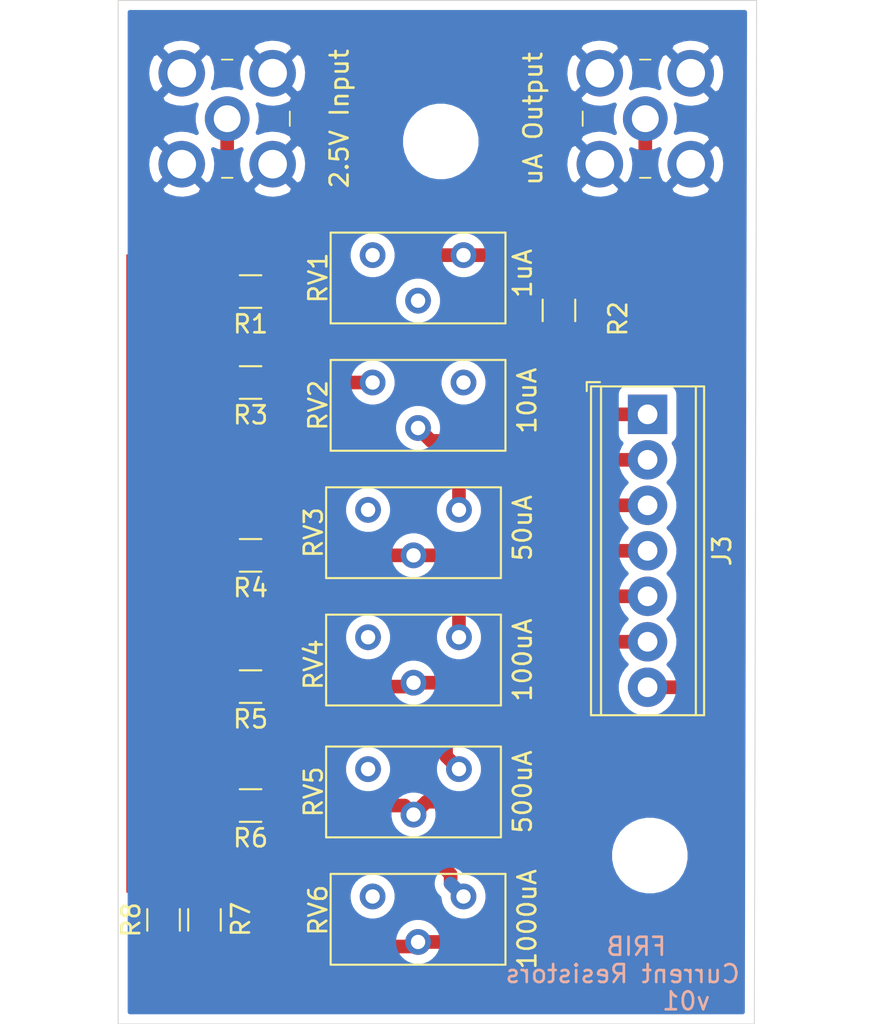
<source format=kicad_pcb>
(kicad_pcb (version 20171130) (host pcbnew "(5.1.4)-1")

  (general
    (thickness 1.6)
    (drawings 16)
    (tracks 78)
    (zones 0)
    (modules 19)
    (nets 12)
  )

  (page A4)
  (title_block
    (title "Current Resistors")
    (date 2019-10-31)
    (rev v01)
    (comment 4 "Author: Mike Scherer")
  )

  (layers
    (0 F.Cu signal)
    (31 B.Cu signal hide)
    (32 B.Adhes user hide)
    (33 F.Adhes user hide)
    (34 B.Paste user)
    (35 F.Paste user)
    (36 B.SilkS user)
    (37 F.SilkS user)
    (38 B.Mask user)
    (39 F.Mask user)
    (40 Dwgs.User user)
    (41 Cmts.User user)
    (42 Eco1.User user)
    (43 Eco2.User user)
    (44 Edge.Cuts user)
    (45 Margin user)
    (46 B.CrtYd user)
    (47 F.CrtYd user)
    (48 B.Fab user)
    (49 F.Fab user)
  )

  (setup
    (last_trace_width 0.25)
    (user_trace_width 0.762)
    (user_trace_width 3.81)
    (trace_clearance 0.2)
    (zone_clearance 0.508)
    (zone_45_only no)
    (trace_min 0.2)
    (via_size 0.8)
    (via_drill 0.4)
    (via_min_size 0.4)
    (via_min_drill 0.3)
    (uvia_size 0.3)
    (uvia_drill 0.1)
    (uvias_allowed no)
    (uvia_min_size 0.2)
    (uvia_min_drill 0.1)
    (edge_width 0.05)
    (segment_width 0.2)
    (pcb_text_width 0.3)
    (pcb_text_size 1.5 1.5)
    (mod_edge_width 0.12)
    (mod_text_size 1 1)
    (mod_text_width 0.15)
    (pad_size 1.524 1.524)
    (pad_drill 0.762)
    (pad_to_mask_clearance 0.051)
    (solder_mask_min_width 0.25)
    (aux_axis_origin 0 0)
    (visible_elements 7FFFFFFF)
    (pcbplotparams
      (layerselection 0x010fc_ffffffff)
      (usegerberextensions false)
      (usegerberattributes false)
      (usegerberadvancedattributes false)
      (creategerberjobfile false)
      (excludeedgelayer true)
      (linewidth 0.100000)
      (plotframeref false)
      (viasonmask false)
      (mode 1)
      (useauxorigin false)
      (hpglpennumber 1)
      (hpglpenspeed 20)
      (hpglpendiameter 15.000000)
      (psnegative false)
      (psa4output false)
      (plotreference true)
      (plotvalue true)
      (plotinvisibletext false)
      (padsonsilk false)
      (subtractmaskfromsilk false)
      (outputformat 1)
      (mirror false)
      (drillshape 1)
      (scaleselection 1)
      (outputdirectory ""))
  )

  (net 0 "")
  (net 1 GNDREF)
  (net 2 "Net-(R1-Pad1)")
  (net 3 "Net-(R3-Pad1)")
  (net 4 "Net-(J1-Pad1)")
  (net 5 "Net-(J2-Pad1)")
  (net 6 "Net-(J3-Pad1)")
  (net 7 "Net-(J3-Pad2)")
  (net 8 "Net-(J3-Pad3)")
  (net 9 "Net-(J3-Pad4)")
  (net 10 "Net-(J3-Pad5)")
  (net 11 "Net-(J3-Pad6)")

  (net_class Default "This is the default net class."
    (clearance 0.2)
    (trace_width 0.25)
    (via_dia 0.8)
    (via_drill 0.4)
    (uvia_dia 0.3)
    (uvia_drill 0.1)
    (add_net GNDREF)
    (add_net "Net-(J1-Pad1)")
    (add_net "Net-(J2-Pad1)")
    (add_net "Net-(J3-Pad1)")
    (add_net "Net-(J3-Pad2)")
    (add_net "Net-(J3-Pad3)")
    (add_net "Net-(J3-Pad4)")
    (add_net "Net-(J3-Pad5)")
    (add_net "Net-(J3-Pad6)")
    (add_net "Net-(R1-Pad1)")
    (add_net "Net-(R3-Pad1)")
  )

  (module Potentiometer_THT:Potentiometer_Bourns_3296Y_Vertical (layer F.Cu) (tedit 5A3D4994) (tstamp 5DBB022A)
    (at 91.44 124.206)
    (descr "Potentiometer, vertical, Bourns 3296Y, https://www.bourns.com/pdfs/3296.pdf")
    (tags "Potentiometer vertical Bourns 3296Y")
    (path /5DAE89C8)
    (fp_text reference RV5 (at -8.128 1.27 90) (layer F.SilkS)
      (effects (font (size 1 1) (thickness 0.15)))
    )
    (fp_text value 1M (at -2.54 4.94) (layer F.Fab)
      (effects (font (size 1 1) (thickness 0.15)))
    )
    (fp_circle (center 0.955 2.42) (end 2.05 2.42) (layer F.Fab) (width 0.1))
    (fp_line (start -7.305 -1.14) (end -7.305 3.69) (layer F.Fab) (width 0.1))
    (fp_line (start -7.305 3.69) (end 2.225 3.69) (layer F.Fab) (width 0.1))
    (fp_line (start 2.225 3.69) (end 2.225 -1.14) (layer F.Fab) (width 0.1))
    (fp_line (start 2.225 -1.14) (end -7.305 -1.14) (layer F.Fab) (width 0.1))
    (fp_line (start 0.955 3.505) (end 0.956 1.336) (layer F.Fab) (width 0.1))
    (fp_line (start 0.955 3.505) (end 0.956 1.336) (layer F.Fab) (width 0.1))
    (fp_line (start -7.425 -1.26) (end 2.345 -1.26) (layer F.SilkS) (width 0.12))
    (fp_line (start -7.425 3.81) (end 2.345 3.81) (layer F.SilkS) (width 0.12))
    (fp_line (start -7.425 -1.26) (end -7.425 3.81) (layer F.SilkS) (width 0.12))
    (fp_line (start 2.345 -1.26) (end 2.345 3.81) (layer F.SilkS) (width 0.12))
    (fp_line (start -7.6 -1.4) (end -7.6 3.95) (layer F.CrtYd) (width 0.05))
    (fp_line (start -7.6 3.95) (end 2.5 3.95) (layer F.CrtYd) (width 0.05))
    (fp_line (start 2.5 3.95) (end 2.5 -1.4) (layer F.CrtYd) (width 0.05))
    (fp_line (start 2.5 -1.4) (end -7.6 -1.4) (layer F.CrtYd) (width 0.05))
    (fp_text user %R (at -3.175 1.275) (layer F.Fab)
      (effects (font (size 1 1) (thickness 0.15)))
    )
    (pad 1 thru_hole circle (at 0 0) (size 1.44 1.44) (drill 0.8) (layers *.Cu *.Mask)
      (net 4 "Net-(J1-Pad1)"))
    (pad 2 thru_hole circle (at -2.54 2.54) (size 1.44 1.44) (drill 0.8) (layers *.Cu *.Mask)
      (net 10 "Net-(J3-Pad5)"))
    (pad 3 thru_hole circle (at -5.08 0) (size 1.44 1.44) (drill 0.8) (layers *.Cu *.Mask))
    (model ${KISYS3DMOD}/Potentiometer_THT.3dshapes/Potentiometer_Bourns_3296Y_Vertical.wrl
      (at (xyz 0 0 0))
      (scale (xyz 1 1 1))
      (rotate (xyz 0 0 0))
    )
  )

  (module MountingHole:MountingHole_3.2mm_M3 (layer F.Cu) (tedit 56D1B4CB) (tstamp 5DBCC283)
    (at 102.108 129.032)
    (descr "Mounting Hole 3.2mm, no annular, M3")
    (tags "mounting hole 3.2mm no annular m3")
    (attr virtual)
    (fp_text reference REF** (at 0 -4.2) (layer F.Fab) hide
      (effects (font (size 1 1) (thickness 0.15)))
    )
    (fp_text value MountingHole_3.2mm_M3 (at 4.699 -1.27 90) (layer F.Fab)
      (effects (font (size 1 1) (thickness 0.15)))
    )
    (fp_circle (center 0 0) (end 3.45 0) (layer F.CrtYd) (width 0.05))
    (fp_circle (center 0 0) (end 3.2 0) (layer Cmts.User) (width 0.15))
    (fp_text user %R (at 0.3 0) (layer F.Fab)
      (effects (font (size 1 1) (thickness 0.15)))
    )
    (pad 1 np_thru_hole circle (at 0 0) (size 3.2 3.2) (drill 3.2) (layers *.Cu *.Mask))
  )

  (module MountingHole:MountingHole_3.2mm_M3 (layer F.Cu) (tedit 56D1B4CB) (tstamp 5DBCC262)
    (at 90.424 89.154)
    (descr "Mounting Hole 3.2mm, no annular, M3")
    (tags "mounting hole 3.2mm no annular m3")
    (attr virtual)
    (fp_text reference REF** (at 0 -4.2) (layer F.Fab)
      (effects (font (size 1 1) (thickness 0.15)))
    )
    (fp_text value MountingHole_3.2mm_M3 (at 0 4.2) (layer F.Fab)
      (effects (font (size 1 1) (thickness 0.15)))
    )
    (fp_circle (center 0 0) (end 3.45 0) (layer F.CrtYd) (width 0.05))
    (fp_circle (center 0 0) (end 3.2 0) (layer Cmts.User) (width 0.15))
    (fp_text user %R (at 0.3 0) (layer F.Fab)
      (effects (font (size 1 1) (thickness 0.15)))
    )
    (pad 1 np_thru_hole circle (at 0 0) (size 3.2 3.2) (drill 3.2) (layers *.Cu *.Mask))
  )

  (module Resistor_SMD:R_1206_3216Metric_Pad1.42x1.75mm_HandSolder (layer F.Cu) (tedit 5B301BBD) (tstamp 5DBAFCB5)
    (at 79.7925 97.536 180)
    (descr "Resistor SMD 1206 (3216 Metric), square (rectangular) end terminal, IPC_7351 nominal with elongated pad for handsoldering. (Body size source: http://www.tortai-tech.com/upload/download/2011102023233369053.pdf), generated with kicad-footprint-generator")
    (tags "resistor handsolder")
    (path /5DAE3489)
    (attr smd)
    (fp_text reference R1 (at 0 -1.82) (layer F.SilkS)
      (effects (font (size 1 1) (thickness 0.15)))
    )
    (fp_text value 221K (at 0 1.82) (layer F.Fab)
      (effects (font (size 1 1) (thickness 0.15)))
    )
    (fp_text user %R (at 0 0) (layer F.Fab)
      (effects (font (size 0.8 0.8) (thickness 0.12)))
    )
    (fp_line (start 2.45 1.12) (end -2.45 1.12) (layer F.CrtYd) (width 0.05))
    (fp_line (start 2.45 -1.12) (end 2.45 1.12) (layer F.CrtYd) (width 0.05))
    (fp_line (start -2.45 -1.12) (end 2.45 -1.12) (layer F.CrtYd) (width 0.05))
    (fp_line (start -2.45 1.12) (end -2.45 -1.12) (layer F.CrtYd) (width 0.05))
    (fp_line (start -0.602064 0.91) (end 0.602064 0.91) (layer F.SilkS) (width 0.12))
    (fp_line (start -0.602064 -0.91) (end 0.602064 -0.91) (layer F.SilkS) (width 0.12))
    (fp_line (start 1.6 0.8) (end -1.6 0.8) (layer F.Fab) (width 0.1))
    (fp_line (start 1.6 -0.8) (end 1.6 0.8) (layer F.Fab) (width 0.1))
    (fp_line (start -1.6 -0.8) (end 1.6 -0.8) (layer F.Fab) (width 0.1))
    (fp_line (start -1.6 0.8) (end -1.6 -0.8) (layer F.Fab) (width 0.1))
    (pad 2 smd roundrect (at 1.4875 0 180) (size 1.425 1.75) (layers F.Cu F.Paste F.Mask) (roundrect_rratio 0.175439)
      (net 4 "Net-(J1-Pad1)"))
    (pad 1 smd roundrect (at -1.4875 0 180) (size 1.425 1.75) (layers F.Cu F.Paste F.Mask) (roundrect_rratio 0.175439)
      (net 2 "Net-(R1-Pad1)"))
    (model ${KISYS3DMOD}/Resistor_SMD.3dshapes/R_1206_3216Metric.wrl
      (at (xyz 0 0 0))
      (scale (xyz 1 1 1))
      (rotate (xyz 0 0 0))
    )
  )

  (module Resistor_SMD:R_1206_3216Metric_Pad1.42x1.75mm_HandSolder (layer F.Cu) (tedit 5B301BBD) (tstamp 5DBAFCC6)
    (at 97.028 98.5885 90)
    (descr "Resistor SMD 1206 (3216 Metric), square (rectangular) end terminal, IPC_7351 nominal with elongated pad for handsoldering. (Body size source: http://www.tortai-tech.com/upload/download/2011102023233369053.pdf), generated with kicad-footprint-generator")
    (tags "resistor handsolder")
    (path /5DAE3AD8)
    (attr smd)
    (fp_text reference R2 (at -0.4715 3.302 270) (layer F.SilkS)
      (effects (font (size 1 1) (thickness 0.15)))
    )
    (fp_text value 221K (at 0 1.82 90) (layer F.Fab)
      (effects (font (size 1 1) (thickness 0.15)))
    )
    (fp_line (start -1.6 0.8) (end -1.6 -0.8) (layer F.Fab) (width 0.1))
    (fp_line (start -1.6 -0.8) (end 1.6 -0.8) (layer F.Fab) (width 0.1))
    (fp_line (start 1.6 -0.8) (end 1.6 0.8) (layer F.Fab) (width 0.1))
    (fp_line (start 1.6 0.8) (end -1.6 0.8) (layer F.Fab) (width 0.1))
    (fp_line (start -0.602064 -0.91) (end 0.602064 -0.91) (layer F.SilkS) (width 0.12))
    (fp_line (start -0.602064 0.91) (end 0.602064 0.91) (layer F.SilkS) (width 0.12))
    (fp_line (start -2.45 1.12) (end -2.45 -1.12) (layer F.CrtYd) (width 0.05))
    (fp_line (start -2.45 -1.12) (end 2.45 -1.12) (layer F.CrtYd) (width 0.05))
    (fp_line (start 2.45 -1.12) (end 2.45 1.12) (layer F.CrtYd) (width 0.05))
    (fp_line (start 2.45 1.12) (end -2.45 1.12) (layer F.CrtYd) (width 0.05))
    (fp_text user %R (at -0.2175 0 90) (layer F.Fab)
      (effects (font (size 0.8 0.8) (thickness 0.12)))
    )
    (pad 1 smd roundrect (at -1.4875 0 90) (size 1.425 1.75) (layers F.Cu F.Paste F.Mask) (roundrect_rratio 0.175439)
      (net 6 "Net-(J3-Pad1)"))
    (pad 2 smd roundrect (at 1.4875 0 90) (size 1.425 1.75) (layers F.Cu F.Paste F.Mask) (roundrect_rratio 0.175439)
      (net 2 "Net-(R1-Pad1)"))
    (model ${KISYS3DMOD}/Resistor_SMD.3dshapes/R_1206_3216Metric.wrl
      (at (xyz 0 0 0))
      (scale (xyz 1 1 1))
      (rotate (xyz 0 0 0))
    )
  )

  (module Resistor_SMD:R_1206_3216Metric_Pad1.42x1.75mm_HandSolder (layer F.Cu) (tedit 5B301BBD) (tstamp 5DBCBC32)
    (at 79.7925 102.616 180)
    (descr "Resistor SMD 1206 (3216 Metric), square (rectangular) end terminal, IPC_7351 nominal with elongated pad for handsoldering. (Body size source: http://www.tortai-tech.com/upload/download/2011102023233369053.pdf), generated with kicad-footprint-generator")
    (tags "resistor handsolder")
    (path /5DAE441F)
    (attr smd)
    (fp_text reference R3 (at 0 -1.82) (layer F.SilkS)
      (effects (font (size 1 1) (thickness 0.15)))
    )
    (fp_text value 221K (at 0 1.82) (layer F.Fab)
      (effects (font (size 1 1) (thickness 0.15)))
    )
    (fp_text user %R (at 0 0) (layer F.Fab)
      (effects (font (size 0.8 0.8) (thickness 0.12)))
    )
    (fp_line (start 2.45 1.12) (end -2.45 1.12) (layer F.CrtYd) (width 0.05))
    (fp_line (start 2.45 -1.12) (end 2.45 1.12) (layer F.CrtYd) (width 0.05))
    (fp_line (start -2.45 -1.12) (end 2.45 -1.12) (layer F.CrtYd) (width 0.05))
    (fp_line (start -2.45 1.12) (end -2.45 -1.12) (layer F.CrtYd) (width 0.05))
    (fp_line (start -0.602064 0.91) (end 0.602064 0.91) (layer F.SilkS) (width 0.12))
    (fp_line (start -0.602064 -0.91) (end 0.602064 -0.91) (layer F.SilkS) (width 0.12))
    (fp_line (start 1.6 0.8) (end -1.6 0.8) (layer F.Fab) (width 0.1))
    (fp_line (start 1.6 -0.8) (end 1.6 0.8) (layer F.Fab) (width 0.1))
    (fp_line (start -1.6 -0.8) (end 1.6 -0.8) (layer F.Fab) (width 0.1))
    (fp_line (start -1.6 0.8) (end -1.6 -0.8) (layer F.Fab) (width 0.1))
    (pad 2 smd roundrect (at 1.4875 0 180) (size 1.425 1.75) (layers F.Cu F.Paste F.Mask) (roundrect_rratio 0.175439)
      (net 4 "Net-(J1-Pad1)"))
    (pad 1 smd roundrect (at -1.4875 0 180) (size 1.425 1.75) (layers F.Cu F.Paste F.Mask) (roundrect_rratio 0.175439)
      (net 3 "Net-(R3-Pad1)"))
    (model ${KISYS3DMOD}/Resistor_SMD.3dshapes/R_1206_3216Metric.wrl
      (at (xyz 0 0 0))
      (scale (xyz 1 1 1))
      (rotate (xyz 0 0 0))
    )
  )

  (module Resistor_SMD:R_1206_3216Metric_Pad1.42x1.75mm_HandSolder (layer F.Cu) (tedit 5B301BBD) (tstamp 5DBAFCE8)
    (at 79.7925 112.268 180)
    (descr "Resistor SMD 1206 (3216 Metric), square (rectangular) end terminal, IPC_7351 nominal with elongated pad for handsoldering. (Body size source: http://www.tortai-tech.com/upload/download/2011102023233369053.pdf), generated with kicad-footprint-generator")
    (tags "resistor handsolder")
    (path /5DAE29A7)
    (attr smd)
    (fp_text reference R4 (at 0 -1.82) (layer F.SilkS)
      (effects (font (size 1 1) (thickness 0.15)))
    )
    (fp_text value 53.6K (at 0 1.82) (layer F.Fab)
      (effects (font (size 1 1) (thickness 0.15)))
    )
    (fp_line (start -1.6 0.8) (end -1.6 -0.8) (layer F.Fab) (width 0.1))
    (fp_line (start -1.6 -0.8) (end 1.6 -0.8) (layer F.Fab) (width 0.1))
    (fp_line (start 1.6 -0.8) (end 1.6 0.8) (layer F.Fab) (width 0.1))
    (fp_line (start 1.6 0.8) (end -1.6 0.8) (layer F.Fab) (width 0.1))
    (fp_line (start -0.602064 -0.91) (end 0.602064 -0.91) (layer F.SilkS) (width 0.12))
    (fp_line (start -0.602064 0.91) (end 0.602064 0.91) (layer F.SilkS) (width 0.12))
    (fp_line (start -2.45 1.12) (end -2.45 -1.12) (layer F.CrtYd) (width 0.05))
    (fp_line (start -2.45 -1.12) (end 2.45 -1.12) (layer F.CrtYd) (width 0.05))
    (fp_line (start 2.45 -1.12) (end 2.45 1.12) (layer F.CrtYd) (width 0.05))
    (fp_line (start 2.45 1.12) (end -2.45 1.12) (layer F.CrtYd) (width 0.05))
    (fp_text user %R (at 0 0) (layer F.Fab)
      (effects (font (size 0.8 0.8) (thickness 0.12)))
    )
    (pad 1 smd roundrect (at -1.4875 0 180) (size 1.425 1.75) (layers F.Cu F.Paste F.Mask) (roundrect_rratio 0.175439)
      (net 8 "Net-(J3-Pad3)"))
    (pad 2 smd roundrect (at 1.4875 0 180) (size 1.425 1.75) (layers F.Cu F.Paste F.Mask) (roundrect_rratio 0.175439)
      (net 4 "Net-(J1-Pad1)"))
    (model ${KISYS3DMOD}/Resistor_SMD.3dshapes/R_1206_3216Metric.wrl
      (at (xyz 0 0 0))
      (scale (xyz 1 1 1))
      (rotate (xyz 0 0 0))
    )
  )

  (module Resistor_SMD:R_1206_3216Metric_Pad1.42x1.75mm_HandSolder (layer F.Cu) (tedit 5B301BBD) (tstamp 5DBCBA4D)
    (at 79.7925 119.5975 180)
    (descr "Resistor SMD 1206 (3216 Metric), square (rectangular) end terminal, IPC_7351 nominal with elongated pad for handsoldering. (Body size source: http://www.tortai-tech.com/upload/download/2011102023233369053.pdf), generated with kicad-footprint-generator")
    (tags "resistor handsolder")
    (path /5DAE2FCD)
    (attr smd)
    (fp_text reference R5 (at 0 -1.82) (layer F.SilkS)
      (effects (font (size 1 1) (thickness 0.15)))
    )
    (fp_text value 26.1K (at 0 1.82) (layer F.Fab)
      (effects (font (size 1 1) (thickness 0.15)))
    )
    (fp_line (start -1.6 0.8) (end -1.6 -0.8) (layer F.Fab) (width 0.1))
    (fp_line (start -1.6 -0.8) (end 1.6 -0.8) (layer F.Fab) (width 0.1))
    (fp_line (start 1.6 -0.8) (end 1.6 0.8) (layer F.Fab) (width 0.1))
    (fp_line (start 1.6 0.8) (end -1.6 0.8) (layer F.Fab) (width 0.1))
    (fp_line (start -0.602064 -0.91) (end 0.602064 -0.91) (layer F.SilkS) (width 0.12))
    (fp_line (start -0.602064 0.91) (end 0.602064 0.91) (layer F.SilkS) (width 0.12))
    (fp_line (start -2.45 1.12) (end -2.45 -1.12) (layer F.CrtYd) (width 0.05))
    (fp_line (start -2.45 -1.12) (end 2.45 -1.12) (layer F.CrtYd) (width 0.05))
    (fp_line (start 2.45 -1.12) (end 2.45 1.12) (layer F.CrtYd) (width 0.05))
    (fp_line (start 2.45 1.12) (end -2.45 1.12) (layer F.CrtYd) (width 0.05))
    (fp_text user %R (at 0 0) (layer F.Fab)
      (effects (font (size 0.8 0.8) (thickness 0.12)))
    )
    (pad 1 smd roundrect (at -1.4875 0 180) (size 1.425 1.75) (layers F.Cu F.Paste F.Mask) (roundrect_rratio 0.175439)
      (net 9 "Net-(J3-Pad4)"))
    (pad 2 smd roundrect (at 1.4875 0 180) (size 1.425 1.75) (layers F.Cu F.Paste F.Mask) (roundrect_rratio 0.175439)
      (net 4 "Net-(J1-Pad1)"))
    (model ${KISYS3DMOD}/Resistor_SMD.3dshapes/R_1206_3216Metric.wrl
      (at (xyz 0 0 0))
      (scale (xyz 1 1 1))
      (rotate (xyz 0 0 0))
    )
  )

  (module Resistor_SMD:R_1206_3216Metric_Pad1.42x1.75mm_HandSolder (layer F.Cu) (tedit 5B301BBD) (tstamp 5DBAFD0A)
    (at 79.7925 126.238 180)
    (descr "Resistor SMD 1206 (3216 Metric), square (rectangular) end terminal, IPC_7351 nominal with elongated pad for handsoldering. (Body size source: http://www.tortai-tech.com/upload/download/2011102023233369053.pdf), generated with kicad-footprint-generator")
    (tags "resistor handsolder")
    (path /5DAE4DB0)
    (attr smd)
    (fp_text reference R6 (at 0 -1.82) (layer F.SilkS)
      (effects (font (size 1 1) (thickness 0.15)))
    )
    (fp_text value 5.11K (at 0 1.82) (layer F.Fab)
      (effects (font (size 1 1) (thickness 0.15)))
    )
    (fp_text user %R (at -1.27 0) (layer F.Fab)
      (effects (font (size 0.8 0.8) (thickness 0.12)))
    )
    (fp_line (start 2.45 1.12) (end -2.45 1.12) (layer F.CrtYd) (width 0.05))
    (fp_line (start 2.45 -1.12) (end 2.45 1.12) (layer F.CrtYd) (width 0.05))
    (fp_line (start -2.45 -1.12) (end 2.45 -1.12) (layer F.CrtYd) (width 0.05))
    (fp_line (start -2.45 1.12) (end -2.45 -1.12) (layer F.CrtYd) (width 0.05))
    (fp_line (start -0.602064 0.91) (end 0.602064 0.91) (layer F.SilkS) (width 0.12))
    (fp_line (start -0.602064 -0.91) (end 0.602064 -0.91) (layer F.SilkS) (width 0.12))
    (fp_line (start 1.6 0.8) (end -1.6 0.8) (layer F.Fab) (width 0.1))
    (fp_line (start 1.6 -0.8) (end 1.6 0.8) (layer F.Fab) (width 0.1))
    (fp_line (start -1.6 -0.8) (end 1.6 -0.8) (layer F.Fab) (width 0.1))
    (fp_line (start -1.6 0.8) (end -1.6 -0.8) (layer F.Fab) (width 0.1))
    (pad 2 smd roundrect (at 1.4875 0 180) (size 1.425 1.75) (layers F.Cu F.Paste F.Mask) (roundrect_rratio 0.175439)
      (net 4 "Net-(J1-Pad1)"))
    (pad 1 smd roundrect (at -1.4875 0 180) (size 1.425 1.75) (layers F.Cu F.Paste F.Mask) (roundrect_rratio 0.175439)
      (net 10 "Net-(J3-Pad5)"))
    (model ${KISYS3DMOD}/Resistor_SMD.3dshapes/R_1206_3216Metric.wrl
      (at (xyz 0 0 0))
      (scale (xyz 1 1 1))
      (rotate (xyz 0 0 0))
    )
  )

  (module Resistor_SMD:R_1206_3216Metric_Pad1.42x1.75mm_HandSolder (layer F.Cu) (tedit 5B301BBD) (tstamp 5DBAFD1B)
    (at 77.216 132.6245 90)
    (descr "Resistor SMD 1206 (3216 Metric), square (rectangular) end terminal, IPC_7351 nominal with elongated pad for handsoldering. (Body size source: http://www.tortai-tech.com/upload/download/2011102023233369053.pdf), generated with kicad-footprint-generator")
    (tags "resistor handsolder")
    (path /5DAE50E5)
    (attr smd)
    (fp_text reference R7 (at 0.0365 2.032 90) (layer F.SilkS)
      (effects (font (size 1 1) (thickness 0.15)))
    )
    (fp_text value 5.11K (at 0 1.82 90) (layer F.Fab)
      (effects (font (size 1 1) (thickness 0.15)))
    )
    (fp_line (start -1.6 0.8) (end -1.6 -0.8) (layer F.Fab) (width 0.1))
    (fp_line (start -1.6 -0.8) (end 1.6 -0.8) (layer F.Fab) (width 0.1))
    (fp_line (start 1.6 -0.8) (end 1.6 0.8) (layer F.Fab) (width 0.1))
    (fp_line (start 1.6 0.8) (end -1.6 0.8) (layer F.Fab) (width 0.1))
    (fp_line (start -0.602064 -0.91) (end 0.602064 -0.91) (layer F.SilkS) (width 0.12))
    (fp_line (start -0.602064 0.91) (end 0.602064 0.91) (layer F.SilkS) (width 0.12))
    (fp_line (start -2.45 1.12) (end -2.45 -1.12) (layer F.CrtYd) (width 0.05))
    (fp_line (start -2.45 -1.12) (end 2.45 -1.12) (layer F.CrtYd) (width 0.05))
    (fp_line (start 2.45 -1.12) (end 2.45 1.12) (layer F.CrtYd) (width 0.05))
    (fp_line (start 2.45 1.12) (end -2.45 1.12) (layer F.CrtYd) (width 0.05))
    (fp_text user %R (at 0 0 90) (layer F.Fab)
      (effects (font (size 0.8 0.8) (thickness 0.12)))
    )
    (pad 1 smd roundrect (at -1.4875 0 90) (size 1.425 1.75) (layers F.Cu F.Paste F.Mask) (roundrect_rratio 0.175439)
      (net 11 "Net-(J3-Pad6)"))
    (pad 2 smd roundrect (at 1.4875 0 90) (size 1.425 1.75) (layers F.Cu F.Paste F.Mask) (roundrect_rratio 0.175439)
      (net 4 "Net-(J1-Pad1)"))
    (model ${KISYS3DMOD}/Resistor_SMD.3dshapes/R_1206_3216Metric.wrl
      (at (xyz 0 0 0))
      (scale (xyz 1 1 1))
      (rotate (xyz 0 0 0))
    )
  )

  (module Resistor_SMD:R_1206_3216Metric_Pad1.42x1.75mm_HandSolder (layer F.Cu) (tedit 5B301BBD) (tstamp 5DBB0880)
    (at 74.93 132.6245 90)
    (descr "Resistor SMD 1206 (3216 Metric), square (rectangular) end terminal, IPC_7351 nominal with elongated pad for handsoldering. (Body size source: http://www.tortai-tech.com/upload/download/2011102023233369053.pdf), generated with kicad-footprint-generator")
    (tags "resistor handsolder")
    (path /5DAF7BD4)
    (attr smd)
    (fp_text reference R8 (at 0 -1.82 90) (layer F.SilkS)
      (effects (font (size 1 1) (thickness 0.15)))
    )
    (fp_text value 4.99K (at 0 1.82 90) (layer F.Fab)
      (effects (font (size 1 1) (thickness 0.15)))
    )
    (fp_text user %R (at 0 0 180) (layer F.Fab)
      (effects (font (size 0.8 0.8) (thickness 0.12)))
    )
    (fp_line (start 2.45 1.12) (end -2.45 1.12) (layer F.CrtYd) (width 0.05))
    (fp_line (start 2.45 -1.12) (end 2.45 1.12) (layer F.CrtYd) (width 0.05))
    (fp_line (start -2.45 -1.12) (end 2.45 -1.12) (layer F.CrtYd) (width 0.05))
    (fp_line (start -2.45 1.12) (end -2.45 -1.12) (layer F.CrtYd) (width 0.05))
    (fp_line (start -0.602064 0.91) (end 0.602064 0.91) (layer F.SilkS) (width 0.12))
    (fp_line (start -0.602064 -0.91) (end 0.602064 -0.91) (layer F.SilkS) (width 0.12))
    (fp_line (start 1.6 0.8) (end -1.6 0.8) (layer F.Fab) (width 0.1))
    (fp_line (start 1.6 -0.8) (end 1.6 0.8) (layer F.Fab) (width 0.1))
    (fp_line (start -1.6 -0.8) (end 1.6 -0.8) (layer F.Fab) (width 0.1))
    (fp_line (start -1.6 0.8) (end -1.6 -0.8) (layer F.Fab) (width 0.1))
    (pad 2 smd roundrect (at 1.4875 0 90) (size 1.425 1.75) (layers F.Cu F.Paste F.Mask) (roundrect_rratio 0.175439)
      (net 4 "Net-(J1-Pad1)"))
    (pad 1 smd roundrect (at -1.4875 0 90) (size 1.425 1.75) (layers F.Cu F.Paste F.Mask) (roundrect_rratio 0.175439)
      (net 11 "Net-(J3-Pad6)"))
    (model ${KISYS3DMOD}/Resistor_SMD.3dshapes/R_1206_3216Metric.wrl
      (at (xyz 0 0 0))
      (scale (xyz 1 1 1))
      (rotate (xyz 0 0 0))
    )
  )

  (module Potentiometer_THT:Potentiometer_Bourns_3296Y_Vertical (layer F.Cu) (tedit 5A3D4994) (tstamp 5DBAFD43)
    (at 91.694 95.504)
    (descr "Potentiometer, vertical, Bourns 3296Y, https://www.bourns.com/pdfs/3296.pdf")
    (tags "Potentiometer vertical Bourns 3296Y")
    (path /5DAE71F0)
    (fp_text reference RV1 (at -8.128 1.27 90) (layer F.SilkS)
      (effects (font (size 1 1) (thickness 0.15)))
    )
    (fp_text value 100K (at -2.54 4.94) (layer F.Fab)
      (effects (font (size 1 1) (thickness 0.15)))
    )
    (fp_text user %R (at -3.175 1.275) (layer F.Fab)
      (effects (font (size 1 1) (thickness 0.15)))
    )
    (fp_line (start 2.5 -1.4) (end -7.6 -1.4) (layer F.CrtYd) (width 0.05))
    (fp_line (start 2.5 3.95) (end 2.5 -1.4) (layer F.CrtYd) (width 0.05))
    (fp_line (start -7.6 3.95) (end 2.5 3.95) (layer F.CrtYd) (width 0.05))
    (fp_line (start -7.6 -1.4) (end -7.6 3.95) (layer F.CrtYd) (width 0.05))
    (fp_line (start 2.345 -1.26) (end 2.345 3.81) (layer F.SilkS) (width 0.12))
    (fp_line (start -7.425 -1.26) (end -7.425 3.81) (layer F.SilkS) (width 0.12))
    (fp_line (start -7.425 3.81) (end 2.345 3.81) (layer F.SilkS) (width 0.12))
    (fp_line (start -7.425 -1.26) (end 2.345 -1.26) (layer F.SilkS) (width 0.12))
    (fp_line (start 0.955 3.505) (end 0.956 1.336) (layer F.Fab) (width 0.1))
    (fp_line (start 0.955 3.505) (end 0.956 1.336) (layer F.Fab) (width 0.1))
    (fp_line (start 2.225 -1.14) (end -7.305 -1.14) (layer F.Fab) (width 0.1))
    (fp_line (start 2.225 3.69) (end 2.225 -1.14) (layer F.Fab) (width 0.1))
    (fp_line (start -7.305 3.69) (end 2.225 3.69) (layer F.Fab) (width 0.1))
    (fp_line (start -7.305 -1.14) (end -7.305 3.69) (layer F.Fab) (width 0.1))
    (fp_circle (center 0.955 2.42) (end 2.05 2.42) (layer F.Fab) (width 0.1))
    (pad 3 thru_hole circle (at -5.08 0) (size 1.44 1.44) (drill 0.8) (layers *.Cu *.Mask))
    (pad 2 thru_hole circle (at -2.54 2.54) (size 1.44 1.44) (drill 0.8) (layers *.Cu *.Mask))
    (pad 1 thru_hole circle (at 0 0) (size 1.44 1.44) (drill 0.8) (layers *.Cu *.Mask)
      (net 2 "Net-(R1-Pad1)"))
    (model ${KISYS3DMOD}/Potentiometer_THT.3dshapes/Potentiometer_Bourns_3296Y_Vertical.wrl
      (at (xyz 0 0 0))
      (scale (xyz 1 1 1))
      (rotate (xyz 0 0 0))
    )
  )

  (module Potentiometer_THT:Potentiometer_Bourns_3296Y_Vertical (layer F.Cu) (tedit 5A3D4994) (tstamp 5DBB018E)
    (at 91.694 102.616)
    (descr "Potentiometer, vertical, Bourns 3296Y, https://www.bourns.com/pdfs/3296.pdf")
    (tags "Potentiometer vertical Bourns 3296Y")
    (path /5DAE7B38)
    (fp_text reference RV2 (at -8.128 1.27 90) (layer F.SilkS)
      (effects (font (size 1 1) (thickness 0.15)))
    )
    (fp_text value 100K (at -2.54 4.94) (layer F.Fab)
      (effects (font (size 1 1) (thickness 0.15)))
    )
    (fp_text user %R (at -3.175 1.275) (layer F.Fab)
      (effects (font (size 1 1) (thickness 0.15)))
    )
    (fp_line (start 2.5 -1.4) (end -7.6 -1.4) (layer F.CrtYd) (width 0.05))
    (fp_line (start 2.5 3.95) (end 2.5 -1.4) (layer F.CrtYd) (width 0.05))
    (fp_line (start -7.6 3.95) (end 2.5 3.95) (layer F.CrtYd) (width 0.05))
    (fp_line (start -7.6 -1.4) (end -7.6 3.95) (layer F.CrtYd) (width 0.05))
    (fp_line (start 2.345 -1.26) (end 2.345 3.81) (layer F.SilkS) (width 0.12))
    (fp_line (start -7.425 -1.26) (end -7.425 3.81) (layer F.SilkS) (width 0.12))
    (fp_line (start -7.425 3.81) (end 2.345 3.81) (layer F.SilkS) (width 0.12))
    (fp_line (start -7.425 -1.26) (end 2.345 -1.26) (layer F.SilkS) (width 0.12))
    (fp_line (start 0.955 3.505) (end 0.956 1.336) (layer F.Fab) (width 0.1))
    (fp_line (start 0.955 3.505) (end 0.956 1.336) (layer F.Fab) (width 0.1))
    (fp_line (start 2.225 -1.14) (end -7.305 -1.14) (layer F.Fab) (width 0.1))
    (fp_line (start 2.225 3.69) (end 2.225 -1.14) (layer F.Fab) (width 0.1))
    (fp_line (start -7.305 3.69) (end 2.225 3.69) (layer F.Fab) (width 0.1))
    (fp_line (start -7.305 -1.14) (end -7.305 3.69) (layer F.Fab) (width 0.1))
    (fp_circle (center 0.955 2.42) (end 2.05 2.42) (layer F.Fab) (width 0.1))
    (pad 3 thru_hole circle (at -5.08 0) (size 1.44 1.44) (drill 0.8) (layers *.Cu *.Mask)
      (net 3 "Net-(R3-Pad1)"))
    (pad 2 thru_hole circle (at -2.54 2.54) (size 1.44 1.44) (drill 0.8) (layers *.Cu *.Mask)
      (net 7 "Net-(J3-Pad2)"))
    (pad 1 thru_hole circle (at 0 0) (size 1.44 1.44) (drill 0.8) (layers *.Cu *.Mask))
    (model ${KISYS3DMOD}/Potentiometer_THT.3dshapes/Potentiometer_Bourns_3296Y_Vertical.wrl
      (at (xyz 0 0 0))
      (scale (xyz 1 1 1))
      (rotate (xyz 0 0 0))
    )
  )

  (module Potentiometer_THT:Potentiometer_Bourns_3296Y_Vertical (layer F.Cu) (tedit 5A3D4994) (tstamp 5DBAFD71)
    (at 91.44 109.728)
    (descr "Potentiometer, vertical, Bourns 3296Y, https://www.bourns.com/pdfs/3296.pdf")
    (tags "Potentiometer vertical Bourns 3296Y")
    (path /5DAE81D9)
    (fp_text reference RV3 (at -8.128 1.27 90) (layer F.SilkS)
      (effects (font (size 1 1) (thickness 0.15)))
    )
    (fp_text value 1M (at -2.54 4.94) (layer F.Fab)
      (effects (font (size 1 1) (thickness 0.15)))
    )
    (fp_circle (center 0.955 2.42) (end 2.05 2.42) (layer F.Fab) (width 0.1))
    (fp_line (start -7.305 -1.14) (end -7.305 3.69) (layer F.Fab) (width 0.1))
    (fp_line (start -7.305 3.69) (end 2.225 3.69) (layer F.Fab) (width 0.1))
    (fp_line (start 2.225 3.69) (end 2.225 -1.14) (layer F.Fab) (width 0.1))
    (fp_line (start 2.225 -1.14) (end -7.305 -1.14) (layer F.Fab) (width 0.1))
    (fp_line (start 0.955 3.505) (end 0.956 1.336) (layer F.Fab) (width 0.1))
    (fp_line (start 0.955 3.505) (end 0.956 1.336) (layer F.Fab) (width 0.1))
    (fp_line (start -7.425 -1.26) (end 2.345 -1.26) (layer F.SilkS) (width 0.12))
    (fp_line (start -7.425 3.81) (end 2.345 3.81) (layer F.SilkS) (width 0.12))
    (fp_line (start -7.425 -1.26) (end -7.425 3.81) (layer F.SilkS) (width 0.12))
    (fp_line (start 2.345 -1.26) (end 2.345 3.81) (layer F.SilkS) (width 0.12))
    (fp_line (start -7.6 -1.4) (end -7.6 3.95) (layer F.CrtYd) (width 0.05))
    (fp_line (start -7.6 3.95) (end 2.5 3.95) (layer F.CrtYd) (width 0.05))
    (fp_line (start 2.5 3.95) (end 2.5 -1.4) (layer F.CrtYd) (width 0.05))
    (fp_line (start 2.5 -1.4) (end -7.6 -1.4) (layer F.CrtYd) (width 0.05))
    (fp_text user %R (at -3.175 1.275) (layer F.Fab)
      (effects (font (size 1 1) (thickness 0.15)))
    )
    (pad 1 thru_hole circle (at 0 0) (size 1.44 1.44) (drill 0.8) (layers *.Cu *.Mask)
      (net 4 "Net-(J1-Pad1)"))
    (pad 2 thru_hole circle (at -2.54 2.54) (size 1.44 1.44) (drill 0.8) (layers *.Cu *.Mask)
      (net 8 "Net-(J3-Pad3)"))
    (pad 3 thru_hole circle (at -5.08 0) (size 1.44 1.44) (drill 0.8) (layers *.Cu *.Mask))
    (model ${KISYS3DMOD}/Potentiometer_THT.3dshapes/Potentiometer_Bourns_3296Y_Vertical.wrl
      (at (xyz 0 0 0))
      (scale (xyz 1 1 1))
      (rotate (xyz 0 0 0))
    )
  )

  (module Potentiometer_THT:Potentiometer_Bourns_3296Y_Vertical (layer F.Cu) (tedit 5A3D4994) (tstamp 5DBAFD88)
    (at 91.44 116.84)
    (descr "Potentiometer, vertical, Bourns 3296Y, https://www.bourns.com/pdfs/3296.pdf")
    (tags "Potentiometer vertical Bourns 3296Y")
    (path /5DAE87AD)
    (fp_text reference RV4 (at -8.128 1.524 90) (layer F.SilkS)
      (effects (font (size 1 1) (thickness 0.15)))
    )
    (fp_text value 1M (at -2.54 4.94) (layer F.Fab)
      (effects (font (size 1 1) (thickness 0.15)))
    )
    (fp_text user %R (at -3.175 1.275) (layer F.Fab)
      (effects (font (size 1 1) (thickness 0.15)))
    )
    (fp_line (start 2.5 -1.4) (end -7.6 -1.4) (layer F.CrtYd) (width 0.05))
    (fp_line (start 2.5 3.95) (end 2.5 -1.4) (layer F.CrtYd) (width 0.05))
    (fp_line (start -7.6 3.95) (end 2.5 3.95) (layer F.CrtYd) (width 0.05))
    (fp_line (start -7.6 -1.4) (end -7.6 3.95) (layer F.CrtYd) (width 0.05))
    (fp_line (start 2.345 -1.26) (end 2.345 3.81) (layer F.SilkS) (width 0.12))
    (fp_line (start -7.425 -1.26) (end -7.425 3.81) (layer F.SilkS) (width 0.12))
    (fp_line (start -7.425 3.81) (end 2.345 3.81) (layer F.SilkS) (width 0.12))
    (fp_line (start -7.425 -1.26) (end 2.345 -1.26) (layer F.SilkS) (width 0.12))
    (fp_line (start 0.955 3.505) (end 0.956 1.336) (layer F.Fab) (width 0.1))
    (fp_line (start 0.955 3.505) (end 0.956 1.336) (layer F.Fab) (width 0.1))
    (fp_line (start 2.225 -1.14) (end -7.305 -1.14) (layer F.Fab) (width 0.1))
    (fp_line (start 2.225 3.69) (end 2.225 -1.14) (layer F.Fab) (width 0.1))
    (fp_line (start -7.305 3.69) (end 2.225 3.69) (layer F.Fab) (width 0.1))
    (fp_line (start -7.305 -1.14) (end -7.305 3.69) (layer F.Fab) (width 0.1))
    (fp_circle (center 0.955 2.42) (end 2.05 2.42) (layer F.Fab) (width 0.1))
    (pad 3 thru_hole circle (at -5.08 0) (size 1.44 1.44) (drill 0.8) (layers *.Cu *.Mask))
    (pad 2 thru_hole circle (at -2.54 2.54) (size 1.44 1.44) (drill 0.8) (layers *.Cu *.Mask)
      (net 9 "Net-(J3-Pad4)"))
    (pad 1 thru_hole circle (at 0 0) (size 1.44 1.44) (drill 0.8) (layers *.Cu *.Mask)
      (net 4 "Net-(J1-Pad1)"))
    (model ${KISYS3DMOD}/Potentiometer_THT.3dshapes/Potentiometer_Bourns_3296Y_Vertical.wrl
      (at (xyz 0 0 0))
      (scale (xyz 1 1 1))
      (rotate (xyz 0 0 0))
    )
  )

  (module Potentiometer_THT:Potentiometer_Bourns_3296Y_Vertical (layer F.Cu) (tedit 5A3D4994) (tstamp 5DBAFDB6)
    (at 91.694 131.318)
    (descr "Potentiometer, vertical, Bourns 3296Y, https://www.bourns.com/pdfs/3296.pdf")
    (tags "Potentiometer vertical Bourns 3296Y")
    (path /5DAF81B5)
    (fp_text reference RV6 (at -8.128 0.762 90) (layer F.SilkS)
      (effects (font (size 1 1) (thickness 0.15)))
    )
    (fp_text value 1M (at -2.54 4.94) (layer F.Fab)
      (effects (font (size 1 1) (thickness 0.15)))
    )
    (fp_circle (center 0.955 2.42) (end 2.05 2.42) (layer F.Fab) (width 0.1))
    (fp_line (start -7.305 -1.14) (end -7.305 3.69) (layer F.Fab) (width 0.1))
    (fp_line (start -7.305 3.69) (end 2.225 3.69) (layer F.Fab) (width 0.1))
    (fp_line (start 2.225 3.69) (end 2.225 -1.14) (layer F.Fab) (width 0.1))
    (fp_line (start 2.225 -1.14) (end -7.305 -1.14) (layer F.Fab) (width 0.1))
    (fp_line (start 0.955 3.505) (end 0.956 1.336) (layer F.Fab) (width 0.1))
    (fp_line (start 0.955 3.505) (end 0.956 1.336) (layer F.Fab) (width 0.1))
    (fp_line (start -7.425 -1.26) (end 2.345 -1.26) (layer F.SilkS) (width 0.12))
    (fp_line (start -7.425 3.81) (end 2.345 3.81) (layer F.SilkS) (width 0.12))
    (fp_line (start -7.425 -1.26) (end -7.425 3.81) (layer F.SilkS) (width 0.12))
    (fp_line (start 2.345 -1.26) (end 2.345 3.81) (layer F.SilkS) (width 0.12))
    (fp_line (start -7.6 -1.4) (end -7.6 3.95) (layer F.CrtYd) (width 0.05))
    (fp_line (start -7.6 3.95) (end 2.5 3.95) (layer F.CrtYd) (width 0.05))
    (fp_line (start 2.5 3.95) (end 2.5 -1.4) (layer F.CrtYd) (width 0.05))
    (fp_line (start 2.5 -1.4) (end -7.6 -1.4) (layer F.CrtYd) (width 0.05))
    (fp_text user %R (at -3.175 1.275) (layer F.Fab)
      (effects (font (size 1 1) (thickness 0.15)))
    )
    (pad 1 thru_hole circle (at 0 0) (size 1.44 1.44) (drill 0.8) (layers *.Cu *.Mask)
      (net 4 "Net-(J1-Pad1)"))
    (pad 2 thru_hole circle (at -2.54 2.54) (size 1.44 1.44) (drill 0.8) (layers *.Cu *.Mask)
      (net 11 "Net-(J3-Pad6)"))
    (pad 3 thru_hole circle (at -5.08 0) (size 1.44 1.44) (drill 0.8) (layers *.Cu *.Mask))
    (model ${KISYS3DMOD}/Potentiometer_THT.3dshapes/Potentiometer_Bourns_3296Y_Vertical.wrl
      (at (xyz 0 0 0))
      (scale (xyz 1 1 1))
      (rotate (xyz 0 0 0))
    )
  )

  (module TerminalBlock_Phoenix:TerminalBlock_Phoenix_MPT-0,5-7-2.54_1x07_P2.54mm_Horizontal (layer F.Cu) (tedit 5B294F9A) (tstamp 5DBCB673)
    (at 101.981 104.394 270)
    (descr "Terminal Block Phoenix MPT-0,5-7-2.54, 7 pins, pitch 2.54mm, size 18.2x6.2mm^2, drill diamater 1.1mm, pad diameter 2.2mm, see http://www.mouser.com/ds/2/324/ItemDetail_1725672-916605.pdf, script-generated using https://github.com/pointhi/kicad-footprint-generator/scripts/TerminalBlock_Phoenix")
    (tags "THT Terminal Block Phoenix MPT-0,5-7-2.54 pitch 2.54mm size 18.2x6.2mm^2 drill 1.1mm pad 2.2mm")
    (path /5DBCF1E2)
    (fp_text reference J3 (at 7.62 -4.16 90) (layer F.SilkS)
      (effects (font (size 1 1) (thickness 0.15)))
    )
    (fp_text value Screw_Terminal_01x07 (at 7.62 4.16 90) (layer F.Fab)
      (effects (font (size 1 1) (thickness 0.15)))
    )
    (fp_circle (center 0 0) (end 1.1 0) (layer F.Fab) (width 0.1))
    (fp_circle (center 2.54 0) (end 3.64 0) (layer F.Fab) (width 0.1))
    (fp_circle (center 5.08 0) (end 6.18 0) (layer F.Fab) (width 0.1))
    (fp_circle (center 7.62 0) (end 8.72 0) (layer F.Fab) (width 0.1))
    (fp_circle (center 10.16 0) (end 11.26 0) (layer F.Fab) (width 0.1))
    (fp_circle (center 12.7 0) (end 13.8 0) (layer F.Fab) (width 0.1))
    (fp_circle (center 15.24 0) (end 16.34 0) (layer F.Fab) (width 0.1))
    (fp_line (start -1.5 -3.1) (end 16.74 -3.1) (layer F.Fab) (width 0.1))
    (fp_line (start 16.74 -3.1) (end 16.74 3.1) (layer F.Fab) (width 0.1))
    (fp_line (start 16.74 3.1) (end -1 3.1) (layer F.Fab) (width 0.1))
    (fp_line (start -1 3.1) (end -1.5 2.6) (layer F.Fab) (width 0.1))
    (fp_line (start -1.5 2.6) (end -1.5 -3.1) (layer F.Fab) (width 0.1))
    (fp_line (start -1.5 2.6) (end 16.74 2.6) (layer F.Fab) (width 0.1))
    (fp_line (start -1.56 2.6) (end 16.801 2.6) (layer F.SilkS) (width 0.12))
    (fp_line (start -1.5 -2.7) (end 16.74 -2.7) (layer F.Fab) (width 0.1))
    (fp_line (start -1.56 -2.7) (end 16.801 -2.7) (layer F.SilkS) (width 0.12))
    (fp_line (start -1.56 -3.16) (end 16.801 -3.16) (layer F.SilkS) (width 0.12))
    (fp_line (start -1.56 3.16) (end 16.801 3.16) (layer F.SilkS) (width 0.12))
    (fp_line (start -1.56 -3.16) (end -1.56 3.16) (layer F.SilkS) (width 0.12))
    (fp_line (start 16.801 -3.16) (end 16.801 3.16) (layer F.SilkS) (width 0.12))
    (fp_line (start 0.835 -0.7) (end -0.701 0.835) (layer F.Fab) (width 0.1))
    (fp_line (start 0.701 -0.835) (end -0.835 0.7) (layer F.Fab) (width 0.1))
    (fp_line (start 3.375 -0.7) (end 1.84 0.835) (layer F.Fab) (width 0.1))
    (fp_line (start 3.241 -0.835) (end 1.706 0.7) (layer F.Fab) (width 0.1))
    (fp_line (start 5.915 -0.7) (end 4.38 0.835) (layer F.Fab) (width 0.1))
    (fp_line (start 5.781 -0.835) (end 4.246 0.7) (layer F.Fab) (width 0.1))
    (fp_line (start 8.455 -0.7) (end 6.92 0.835) (layer F.Fab) (width 0.1))
    (fp_line (start 8.321 -0.835) (end 6.786 0.7) (layer F.Fab) (width 0.1))
    (fp_line (start 10.995 -0.7) (end 9.46 0.835) (layer F.Fab) (width 0.1))
    (fp_line (start 10.861 -0.835) (end 9.326 0.7) (layer F.Fab) (width 0.1))
    (fp_line (start 13.535 -0.7) (end 12 0.835) (layer F.Fab) (width 0.1))
    (fp_line (start 13.401 -0.835) (end 11.866 0.7) (layer F.Fab) (width 0.1))
    (fp_line (start 16.075 -0.7) (end 14.54 0.835) (layer F.Fab) (width 0.1))
    (fp_line (start 15.941 -0.835) (end 14.406 0.7) (layer F.Fab) (width 0.1))
    (fp_line (start -1.8 2.66) (end -1.8 3.4) (layer F.SilkS) (width 0.12))
    (fp_line (start -1.8 3.4) (end -1.3 3.4) (layer F.SilkS) (width 0.12))
    (fp_line (start -2 -3.6) (end -2 3.6) (layer F.CrtYd) (width 0.05))
    (fp_line (start -2 3.6) (end 17.25 3.6) (layer F.CrtYd) (width 0.05))
    (fp_line (start 17.25 3.6) (end 17.25 -3.6) (layer F.CrtYd) (width 0.05))
    (fp_line (start 17.25 -3.6) (end -2 -3.6) (layer F.CrtYd) (width 0.05))
    (fp_text user %R (at 7.62 2 90) (layer F.Fab)
      (effects (font (size 1 1) (thickness 0.15)))
    )
    (pad 1 thru_hole rect (at 0 0 270) (size 2.2 2.2) (drill 1.1) (layers *.Cu *.Mask)
      (net 6 "Net-(J3-Pad1)"))
    (pad 2 thru_hole circle (at 2.54 0 270) (size 2.2 2.2) (drill 1.1) (layers *.Cu *.Mask)
      (net 7 "Net-(J3-Pad2)"))
    (pad 3 thru_hole circle (at 5.08 0 270) (size 2.2 2.2) (drill 1.1) (layers *.Cu *.Mask)
      (net 8 "Net-(J3-Pad3)"))
    (pad 4 thru_hole circle (at 7.62 0 270) (size 2.2 2.2) (drill 1.1) (layers *.Cu *.Mask)
      (net 9 "Net-(J3-Pad4)"))
    (pad 5 thru_hole circle (at 10.16 0 270) (size 2.2 2.2) (drill 1.1) (layers *.Cu *.Mask)
      (net 10 "Net-(J3-Pad5)"))
    (pad 6 thru_hole circle (at 12.7 0 270) (size 2.2 2.2) (drill 1.1) (layers *.Cu *.Mask)
      (net 11 "Net-(J3-Pad6)"))
    (pad 7 thru_hole circle (at 15.24 0 270) (size 2.2 2.2) (drill 1.1) (layers *.Cu *.Mask)
      (net 5 "Net-(J2-Pad1)"))
    (model ${KISYS3DMOD}/TerminalBlock_Phoenix.3dshapes/TerminalBlock_Phoenix_MPT-0,5-7-2.54_1x07_P2.54mm_Horizontal.wrl
      (at (xyz 0 0 0))
      (scale (xyz 1 1 1))
      (rotate (xyz 0 0 0))
    )
  )

  (module digikey-footprints:RF_SMA_RightAngle_5-1814400-1 (layer F.Cu) (tedit 5A4BE44C) (tstamp 5DBCAA57)
    (at 78.486 87.884 90)
    (descr http://www.te.com/commerce/DocumentDelivery/DDEController?Action=srchrtrv&DocNm=1814400&DocType=Customer+Drawing&DocLang=English)
    (path /5DBCB025)
    (fp_text reference J1 (at 0 -11.85 90) (layer F.Fab)
      (effects (font (size 1 1) (thickness 0.15)))
    )
    (fp_text value "2.5V Input" (at 0 6.27 90) (layer F.SilkS)
      (effects (font (size 1 1) (thickness 0.15)))
    )
    (fp_line (start -3.15 3.34) (end 3.15 3.34) (layer F.Fab) (width 0.1))
    (fp_line (start -3.15 -10.86) (end -3.15 3.34) (layer F.Fab) (width 0.1))
    (fp_line (start 3.15 -10.86) (end 3.15 3.34) (layer F.Fab) (width 0.1))
    (fp_line (start -3.15 -10.86) (end 3.15 -10.86) (layer F.Fab) (width 0.1))
    (fp_text user %R (at 0 -4.48 90) (layer F.Fab)
      (effects (font (size 1 1) (thickness 0.15)))
    )
    (fp_line (start 0 3.5) (end 0.4 3.5) (layer F.SilkS) (width 0.1))
    (fp_line (start 0 3.5) (end -0.4 3.5) (layer F.SilkS) (width 0.1))
    (fp_line (start -3.3 0.3) (end -3.3 -0.3) (layer F.SilkS) (width 0.1))
    (fp_line (start 3.3 0.3) (end 3.3 -0.3) (layer F.SilkS) (width 0.1))
    (fp_line (start 4.09 -3.9) (end -4.09 -3.9) (layer F.CrtYd) (width 0.05))
    (fp_line (start 4.09 -3.9) (end 4.09 4.09) (layer F.CrtYd) (width 0.05))
    (fp_line (start -4.09 -3.9) (end -4.09 4.09) (layer F.CrtYd) (width 0.05))
    (fp_line (start 4.09 4.09) (end -4.09 4.09) (layer F.CrtYd) (width 0.05))
    (pad 1 thru_hole circle (at 0 0 90) (size 2.5 2.5) (drill 1.5) (layers *.Cu *.Mask)
      (net 4 "Net-(J1-Pad1)"))
    (pad 2 thru_hole circle (at 2.54 -2.54 90) (size 2.6 2.6) (drill 1.6) (layers *.Cu *.Mask)
      (net 1 GNDREF))
    (pad 2 thru_hole circle (at 2.54 2.54 90) (size 2.6 2.6) (drill 1.6) (layers *.Cu *.Mask)
      (net 1 GNDREF))
    (pad 2 thru_hole circle (at -2.54 -2.54 90) (size 2.6 2.6) (drill 1.6) (layers *.Cu *.Mask)
      (net 1 GNDREF))
    (pad 2 thru_hole circle (at -2.54 2.54 90) (size 2.6 2.6) (drill 1.6) (layers *.Cu *.Mask)
      (net 1 GNDREF))
  )

  (module digikey-footprints:RF_SMA_RightAngle_5-1814400-1 (layer F.Cu) (tedit 5A4BE44C) (tstamp 5DBCAA6D)
    (at 101.854 87.884 270)
    (descr http://www.te.com/commerce/DocumentDelivery/DDEController?Action=srchrtrv&DocNm=1814400&DocType=Customer+Drawing&DocLang=English)
    (path /5DBCB5EC)
    (fp_text reference J2 (at 0 -12.446 90) (layer F.Fab)
      (effects (font (size 1 1) (thickness 0.15)))
    )
    (fp_text value "uA Output" (at 0 6.27 90) (layer F.SilkS)
      (effects (font (size 1 1) (thickness 0.15)))
    )
    (fp_line (start 4.09 4.09) (end -4.09 4.09) (layer F.CrtYd) (width 0.05))
    (fp_line (start -4.09 -3.9) (end -4.09 4.09) (layer F.CrtYd) (width 0.05))
    (fp_line (start 4.09 -3.9) (end 4.09 4.09) (layer F.CrtYd) (width 0.05))
    (fp_line (start 4.09 -3.9) (end -4.09 -3.9) (layer F.CrtYd) (width 0.05))
    (fp_line (start 3.3 0.3) (end 3.3 -0.3) (layer F.SilkS) (width 0.1))
    (fp_line (start -3.3 0.3) (end -3.3 -0.3) (layer F.SilkS) (width 0.1))
    (fp_line (start 0 3.5) (end -0.4 3.5) (layer F.SilkS) (width 0.1))
    (fp_line (start 0 3.5) (end 0.4 3.5) (layer F.SilkS) (width 0.1))
    (fp_text user %R (at 0 -4.48 90) (layer F.Fab)
      (effects (font (size 1 1) (thickness 0.15)))
    )
    (fp_line (start -3.15 -10.86) (end 3.15 -10.86) (layer F.Fab) (width 0.1))
    (fp_line (start 3.15 -10.86) (end 3.15 3.34) (layer F.Fab) (width 0.1))
    (fp_line (start -3.15 -10.86) (end -3.15 3.34) (layer F.Fab) (width 0.1))
    (fp_line (start -3.15 3.34) (end 3.15 3.34) (layer F.Fab) (width 0.1))
    (pad 2 thru_hole circle (at -2.54 2.54 270) (size 2.6 2.6) (drill 1.6) (layers *.Cu *.Mask)
      (net 1 GNDREF))
    (pad 2 thru_hole circle (at -2.54 -2.54 270) (size 2.6 2.6) (drill 1.6) (layers *.Cu *.Mask)
      (net 1 GNDREF))
    (pad 2 thru_hole circle (at 2.54 2.54 270) (size 2.6 2.6) (drill 1.6) (layers *.Cu *.Mask)
      (net 1 GNDREF))
    (pad 2 thru_hole circle (at 2.54 -2.54 270) (size 2.6 2.6) (drill 1.6) (layers *.Cu *.Mask)
      (net 1 GNDREF))
    (pad 1 thru_hole circle (at 0 0 270) (size 2.5 2.5) (drill 1.5) (layers *.Cu *.Mask)
      (net 5 "Net-(J2-Pad1)"))
  )

  (gr_text FRIB (at 101.346 134.112) (layer B.SilkS)
    (effects (font (size 1 1) (thickness 0.15)) (justify mirror))
  )
  (gr_poly (pts (xy 95.504 93.472) (xy 95.504 97.282) (xy 100.584 97.282) (xy 100.584 93.472)) (layer F.Cu) (width 0.1))
  (gr_poly (pts (xy 72.898 95.504) (xy 72.898 131.064) (xy 78.232 131.064) (xy 78.232 95.504)) (layer F.Cu) (width 0.1))
  (gr_text v01 (at 104.14 137.16) (layer B.SilkS)
    (effects (font (size 1 1) (thickness 0.15)) (justify mirror))
  )
  (gr_text "Current Resistors" (at 100.584 135.636) (layer B.SilkS)
    (effects (font (size 1 1) (thickness 0.15)) (justify mirror))
  )
  (gr_text 1000uA (at 95.25 132.588 90) (layer F.SilkS)
    (effects (font (size 1 1) (thickness 0.15)))
  )
  (gr_text 500uA (at 94.996 125.476 90) (layer F.SilkS)
    (effects (font (size 1 1) (thickness 0.15)))
  )
  (gr_text 100uA (at 94.996 118.11 90) (layer F.SilkS)
    (effects (font (size 1 1) (thickness 0.15)))
  )
  (gr_text 50uA (at 94.996 110.744 90) (layer F.SilkS)
    (effects (font (size 1 1) (thickness 0.15)))
  )
  (gr_text 10uA (at 95.25 103.632 90) (layer F.SilkS)
    (effects (font (size 1 1) (thickness 0.15)))
  )
  (gr_text 1uA (at 94.996 96.52 90) (layer F.SilkS)
    (effects (font (size 1 1) (thickness 0.15)))
  )
  (gr_line (start 72.39 82.55) (end 72.39 81.28) (layer Edge.Cuts) (width 0.05))
  (gr_line (start 108.077 81.28) (end 72.39 81.28) (layer Edge.Cuts) (width 0.05))
  (gr_line (start 72.39 138.43) (end 72.39 82.55) (layer Edge.Cuts) (width 0.05) (tstamp 5DC2FE84))
  (gr_line (start 107.95 138.43) (end 72.39 138.43) (layer Edge.Cuts) (width 0.05))
  (gr_line (start 108.077 81.28) (end 107.95 138.43) (layer Edge.Cuts) (width 0.05))

  (segment (start 81.28 97.536) (end 87.122 97.536) (width 0.762) (layer F.Cu) (net 2))
  (segment (start 89.154 95.504) (end 91.694 95.504) (width 0.762) (layer F.Cu) (net 2))
  (segment (start 87.122 97.536) (end 89.154 95.504) (width 0.762) (layer F.Cu) (net 2))
  (segment (start 95.431 95.504) (end 97.028 97.101) (width 0.762) (layer F.Cu) (net 2))
  (segment (start 91.694 95.504) (end 95.431 95.504) (width 0.762) (layer F.Cu) (net 2))
  (segment (start 81.28 102.616) (end 86.614 102.616) (width 0.762) (layer F.Cu) (net 3))
  (segment (start 75.184 131.137) (end 76.159 131.137) (width 0.25) (layer F.Cu) (net 4))
  (segment (start 90.974001 130.598001) (end 91.694 131.318) (width 0.762) (layer F.Cu) (net 4))
  (segment (start 90.974001 130.598001) (end 91.694 131.318) (width 0.762) (layer B.Cu) (net 4))
  (segment (start 90.974001 130.598001) (end 90.974001 130.090001) (width 0.762) (layer F.Cu) (net 4))
  (segment (start 90.974001 130.090001) (end 89.989 129.105) (width 0.762) (layer F.Cu) (net 4))
  (segment (start 90.720001 123.486001) (end 90.720001 122.216001) (width 0.762) (layer F.Cu) (net 4))
  (segment (start 91.44 124.206) (end 90.720001 123.486001) (width 0.762) (layer F.Cu) (net 4))
  (segment (start 91.44 116.84) (end 91.44 114.554) (width 0.762) (layer F.Cu) (net 4))
  (segment (start 91.44 109.728) (end 91.44 107.188) (width 0.762) (layer F.Cu) (net 4))
  (segment (start 78.486 93.98) (end 78.486 87.884) (width 0.762) (layer F.Cu) (net 4))
  (segment (start 78.305 94.161) (end 78.486 93.98) (width 0.762) (layer F.Cu) (net 4))
  (segment (start 78.74 107.188) (end 78.305 107.623) (width 0.762) (layer F.Cu) (net 4))
  (segment (start 91.44 107.188) (end 78.74 107.188) (width 0.762) (layer F.Cu) (net 4))
  (segment (start 78.305 94.161) (end 78.305 107.623) (width 0.762) (layer F.Cu) (net 4))
  (segment (start 78.486 114.554) (end 78.305 114.735) (width 0.762) (layer F.Cu) (net 4))
  (segment (start 91.44 114.554) (end 78.486 114.554) (width 0.762) (layer F.Cu) (net 4))
  (segment (start 78.305 107.623) (end 78.305 114.735) (width 0.762) (layer F.Cu) (net 4))
  (segment (start 78.335999 122.216001) (end 78.305 122.247) (width 0.762) (layer F.Cu) (net 4))
  (segment (start 90.720001 122.216001) (end 78.335999 122.216001) (width 0.762) (layer F.Cu) (net 4))
  (segment (start 78.305 114.735) (end 78.305 122.247) (width 0.762) (layer F.Cu) (net 4))
  (segment (start 77.724 129.178) (end 77.724 131.137) (width 0.762) (layer F.Cu) (net 4))
  (segment (start 78.305 128.597) (end 77.724 129.178) (width 0.762) (layer F.Cu) (net 4))
  (segment (start 77.724 129.178) (end 75.038 129.178) (width 0.762) (layer F.Cu) (net 4))
  (segment (start 74.93 129.286) (end 74.93 131.137) (width 0.762) (layer F.Cu) (net 4))
  (segment (start 75.038 129.178) (end 74.93 129.286) (width 0.762) (layer F.Cu) (net 4))
  (segment (start 79.321 129.105) (end 78.305 128.089) (width 0.762) (layer F.Cu) (net 4))
  (segment (start 89.989 129.105) (end 79.321 129.105) (width 0.762) (layer F.Cu) (net 4))
  (segment (start 78.305 122.247) (end 78.305 128.089) (width 0.762) (layer F.Cu) (net 4))
  (segment (start 78.305 128.089) (end 78.305 128.597) (width 0.762) (layer F.Cu) (net 4))
  (segment (start 101.981 119.634) (end 105.41 119.634) (width 0.762) (layer F.Cu) (net 5))
  (segment (start 105.41 119.634) (end 105.41 98.298) (width 0.762) (layer F.Cu) (net 5))
  (segment (start 101.854 94.742) (end 101.854 87.884) (width 0.762) (layer F.Cu) (net 5))
  (segment (start 105.41 98.298) (end 101.854 94.742) (width 0.762) (layer F.Cu) (net 5))
  (segment (start 97.028 100.076) (end 97.028 103.886) (width 0.762) (layer F.Cu) (net 6))
  (segment (start 97.536 104.394) (end 101.981 104.394) (width 0.762) (layer F.Cu) (net 6))
  (segment (start 97.028 103.886) (end 97.536 104.394) (width 0.762) (layer F.Cu) (net 6))
  (segment (start 101.981 107.569) (end 101.981 106.934) (width 0.25) (layer F.Cu) (net 7))
  (segment (start 89.873999 105.875999) (end 95.207999 105.875999) (width 0.762) (layer F.Cu) (net 7))
  (segment (start 89.154 105.156) (end 89.873999 105.875999) (width 0.762) (layer F.Cu) (net 7))
  (segment (start 96.266 106.934) (end 101.981 106.934) (width 0.762) (layer F.Cu) (net 7))
  (segment (start 95.207999 105.875999) (end 96.266 106.934) (width 0.762) (layer F.Cu) (net 7))
  (segment (start 81.28 112.268) (end 82.0925 112.268) (width 0.25) (layer F.Cu) (net 8))
  (segment (start 81.28 112.268) (end 88.9 112.268) (width 0.762) (layer F.Cu) (net 8))
  (segment (start 88.9 112.268) (end 94.234 112.268) (width 0.762) (layer F.Cu) (net 8))
  (segment (start 97.028 109.474) (end 101.981 109.474) (width 0.762) (layer F.Cu) (net 8))
  (segment (start 94.234 112.268) (end 97.028 109.474) (width 0.762) (layer F.Cu) (net 8))
  (segment (start 88.6825 119.5975) (end 88.9 119.38) (width 0.762) (layer F.Cu) (net 9))
  (segment (start 81.28 119.5975) (end 88.6825 119.5975) (width 0.762) (layer F.Cu) (net 9))
  (segment (start 88.9 119.38) (end 93.726 119.38) (width 0.762) (layer F.Cu) (net 9))
  (segment (start 93.726 119.38) (end 96.012 117.094) (width 0.762) (layer F.Cu) (net 9))
  (segment (start 96.012 117.094) (end 96.012 112.776) (width 0.762) (layer F.Cu) (net 9))
  (segment (start 96.774 112.014) (end 101.981 112.014) (width 0.762) (layer F.Cu) (net 9))
  (segment (start 96.012 112.776) (end 96.774 112.014) (width 0.762) (layer F.Cu) (net 9))
  (segment (start 88.392 126.238) (end 88.9 126.746) (width 0.762) (layer F.Cu) (net 10))
  (segment (start 81.28 126.238) (end 88.392 126.238) (width 0.762) (layer F.Cu) (net 10))
  (segment (start 89.619999 126.026001) (end 95.207999 126.026001) (width 0.762) (layer F.Cu) (net 10))
  (segment (start 88.9 126.746) (end 89.619999 126.026001) (width 0.762) (layer F.Cu) (net 10))
  (segment (start 95.207999 126.026001) (end 96.774 124.46) (width 0.762) (layer F.Cu) (net 10))
  (segment (start 96.774 119.761) (end 97.79 118.745) (width 0.762) (layer F.Cu) (net 10))
  (segment (start 96.774 124.46) (end 96.774 119.761) (width 0.762) (layer F.Cu) (net 10))
  (segment (start 97.79 118.745) (end 97.79 114.554) (width 0.762) (layer F.Cu) (net 10))
  (segment (start 97.79 114.554) (end 101.981 114.554) (width 0.762) (layer F.Cu) (net 10))
  (segment (start 88.9 134.112) (end 89.154 133.858) (width 0.762) (layer F.Cu) (net 11))
  (segment (start 75.184 134.112) (end 88.9 134.112) (width 0.762) (layer F.Cu) (net 11))
  (segment (start 89.154 133.858) (end 97.282 133.858) (width 0.762) (layer F.Cu) (net 11))
  (segment (start 97.282 133.858) (end 97.282 126.492) (width 0.762) (layer F.Cu) (net 11))
  (segment (start 97.282 126.492) (end 99.06 124.714) (width 0.762) (layer F.Cu) (net 11))
  (segment (start 99.06 120.015) (end 99.314 119.761) (width 0.762) (layer F.Cu) (net 11))
  (segment (start 99.06 124.714) (end 99.06 120.015) (width 0.762) (layer F.Cu) (net 11))
  (segment (start 99.314 119.761) (end 99.314 117.856) (width 0.762) (layer F.Cu) (net 11))
  (segment (start 100.076 117.094) (end 101.981 117.094) (width 0.762) (layer F.Cu) (net 11))
  (segment (start 99.314 117.856) (end 100.076 117.094) (width 0.762) (layer F.Cu) (net 11))

  (zone (net 1) (net_name GNDREF) (layer B.Cu) (tstamp 5DC57B37) (hatch edge 0.508)
    (connect_pads (clearance 0.508))
    (min_thickness 0.254)
    (fill yes (arc_segments 32) (thermal_gap 0.508) (thermal_bridge_width 0.508))
    (polygon
      (pts
        (xy 71.628 80.772) (xy 108.712 80.772) (xy 108.712 139.446) (xy 71.628 139.446)
      )
    )
    (filled_polygon
      (pts
        (xy 107.291465 137.77) (xy 73.05 137.77) (xy 73.05 133.724544) (xy 87.799 133.724544) (xy 87.799 133.991456)
        (xy 87.851072 134.253239) (xy 87.953215 134.499833) (xy 88.101503 134.721762) (xy 88.290238 134.910497) (xy 88.512167 135.058785)
        (xy 88.758761 135.160928) (xy 89.020544 135.213) (xy 89.287456 135.213) (xy 89.549239 135.160928) (xy 89.795833 135.058785)
        (xy 90.017762 134.910497) (xy 90.206497 134.721762) (xy 90.354785 134.499833) (xy 90.456928 134.253239) (xy 90.509 133.991456)
        (xy 90.509 133.724544) (xy 90.456928 133.462761) (xy 90.354785 133.216167) (xy 90.206497 132.994238) (xy 90.017762 132.805503)
        (xy 89.795833 132.657215) (xy 89.549239 132.555072) (xy 89.287456 132.503) (xy 89.020544 132.503) (xy 88.758761 132.555072)
        (xy 88.512167 132.657215) (xy 88.290238 132.805503) (xy 88.101503 132.994238) (xy 87.953215 133.216167) (xy 87.851072 133.462761)
        (xy 87.799 133.724544) (xy 73.05 133.724544) (xy 73.05 131.184544) (xy 85.259 131.184544) (xy 85.259 131.451456)
        (xy 85.311072 131.713239) (xy 85.413215 131.959833) (xy 85.561503 132.181762) (xy 85.750238 132.370497) (xy 85.972167 132.518785)
        (xy 86.218761 132.620928) (xy 86.480544 132.673) (xy 86.747456 132.673) (xy 87.009239 132.620928) (xy 87.255833 132.518785)
        (xy 87.477762 132.370497) (xy 87.666497 132.181762) (xy 87.814785 131.959833) (xy 87.916928 131.713239) (xy 87.969 131.451456)
        (xy 87.969 131.184544) (xy 87.916928 130.922761) (xy 87.814785 130.676167) (xy 87.762557 130.598001) (xy 89.953086 130.598001)
        (xy 89.972703 130.797171) (xy 90.0308 130.988688) (xy 90.125142 131.16519) (xy 90.220295 131.281135) (xy 90.339 131.39984)
        (xy 90.339 131.451456) (xy 90.391072 131.713239) (xy 90.493215 131.959833) (xy 90.641503 132.181762) (xy 90.830238 132.370497)
        (xy 91.052167 132.518785) (xy 91.298761 132.620928) (xy 91.560544 132.673) (xy 91.827456 132.673) (xy 92.089239 132.620928)
        (xy 92.335833 132.518785) (xy 92.557762 132.370497) (xy 92.746497 132.181762) (xy 92.894785 131.959833) (xy 92.996928 131.713239)
        (xy 93.049 131.451456) (xy 93.049 131.184544) (xy 92.996928 130.922761) (xy 92.894785 130.676167) (xy 92.746497 130.454238)
        (xy 92.557762 130.265503) (xy 92.335833 130.117215) (xy 92.089239 130.015072) (xy 91.827456 129.963) (xy 91.77584 129.963)
        (xy 91.657135 129.844295) (xy 91.54119 129.749142) (xy 91.364688 129.6548) (xy 91.173171 129.596703) (xy 90.974001 129.577086)
        (xy 90.774831 129.596703) (xy 90.583314 129.6548) (xy 90.406812 129.749142) (xy 90.252106 129.876106) (xy 90.125142 130.030812)
        (xy 90.0308 130.207314) (xy 89.972703 130.398831) (xy 89.953086 130.598001) (xy 87.762557 130.598001) (xy 87.666497 130.454238)
        (xy 87.477762 130.265503) (xy 87.255833 130.117215) (xy 87.009239 130.015072) (xy 86.747456 129.963) (xy 86.480544 129.963)
        (xy 86.218761 130.015072) (xy 85.972167 130.117215) (xy 85.750238 130.265503) (xy 85.561503 130.454238) (xy 85.413215 130.676167)
        (xy 85.311072 130.922761) (xy 85.259 131.184544) (xy 73.05 131.184544) (xy 73.05 128.811872) (xy 99.873 128.811872)
        (xy 99.873 129.252128) (xy 99.95889 129.683925) (xy 100.127369 130.090669) (xy 100.371962 130.456729) (xy 100.683271 130.768038)
        (xy 101.049331 131.012631) (xy 101.456075 131.18111) (xy 101.887872 131.267) (xy 102.328128 131.267) (xy 102.759925 131.18111)
        (xy 103.166669 131.012631) (xy 103.532729 130.768038) (xy 103.844038 130.456729) (xy 104.088631 130.090669) (xy 104.25711 129.683925)
        (xy 104.343 129.252128) (xy 104.343 128.811872) (xy 104.25711 128.380075) (xy 104.088631 127.973331) (xy 103.844038 127.607271)
        (xy 103.532729 127.295962) (xy 103.166669 127.051369) (xy 102.759925 126.88289) (xy 102.328128 126.797) (xy 101.887872 126.797)
        (xy 101.456075 126.88289) (xy 101.049331 127.051369) (xy 100.683271 127.295962) (xy 100.371962 127.607271) (xy 100.127369 127.973331)
        (xy 99.95889 128.380075) (xy 99.873 128.811872) (xy 73.05 128.811872) (xy 73.05 126.612544) (xy 87.545 126.612544)
        (xy 87.545 126.879456) (xy 87.597072 127.141239) (xy 87.699215 127.387833) (xy 87.847503 127.609762) (xy 88.036238 127.798497)
        (xy 88.258167 127.946785) (xy 88.504761 128.048928) (xy 88.766544 128.101) (xy 89.033456 128.101) (xy 89.295239 128.048928)
        (xy 89.541833 127.946785) (xy 89.763762 127.798497) (xy 89.952497 127.609762) (xy 90.100785 127.387833) (xy 90.202928 127.141239)
        (xy 90.255 126.879456) (xy 90.255 126.612544) (xy 90.202928 126.350761) (xy 90.100785 126.104167) (xy 89.952497 125.882238)
        (xy 89.763762 125.693503) (xy 89.541833 125.545215) (xy 89.295239 125.443072) (xy 89.033456 125.391) (xy 88.766544 125.391)
        (xy 88.504761 125.443072) (xy 88.258167 125.545215) (xy 88.036238 125.693503) (xy 87.847503 125.882238) (xy 87.699215 126.104167)
        (xy 87.597072 126.350761) (xy 87.545 126.612544) (xy 73.05 126.612544) (xy 73.05 124.072544) (xy 85.005 124.072544)
        (xy 85.005 124.339456) (xy 85.057072 124.601239) (xy 85.159215 124.847833) (xy 85.307503 125.069762) (xy 85.496238 125.258497)
        (xy 85.718167 125.406785) (xy 85.964761 125.508928) (xy 86.226544 125.561) (xy 86.493456 125.561) (xy 86.755239 125.508928)
        (xy 87.001833 125.406785) (xy 87.223762 125.258497) (xy 87.412497 125.069762) (xy 87.560785 124.847833) (xy 87.662928 124.601239)
        (xy 87.715 124.339456) (xy 87.715 124.072544) (xy 90.085 124.072544) (xy 90.085 124.339456) (xy 90.137072 124.601239)
        (xy 90.239215 124.847833) (xy 90.387503 125.069762) (xy 90.576238 125.258497) (xy 90.798167 125.406785) (xy 91.044761 125.508928)
        (xy 91.306544 125.561) (xy 91.573456 125.561) (xy 91.835239 125.508928) (xy 92.081833 125.406785) (xy 92.303762 125.258497)
        (xy 92.492497 125.069762) (xy 92.640785 124.847833) (xy 92.742928 124.601239) (xy 92.795 124.339456) (xy 92.795 124.072544)
        (xy 92.742928 123.810761) (xy 92.640785 123.564167) (xy 92.492497 123.342238) (xy 92.303762 123.153503) (xy 92.081833 123.005215)
        (xy 91.835239 122.903072) (xy 91.573456 122.851) (xy 91.306544 122.851) (xy 91.044761 122.903072) (xy 90.798167 123.005215)
        (xy 90.576238 123.153503) (xy 90.387503 123.342238) (xy 90.239215 123.564167) (xy 90.137072 123.810761) (xy 90.085 124.072544)
        (xy 87.715 124.072544) (xy 87.662928 123.810761) (xy 87.560785 123.564167) (xy 87.412497 123.342238) (xy 87.223762 123.153503)
        (xy 87.001833 123.005215) (xy 86.755239 122.903072) (xy 86.493456 122.851) (xy 86.226544 122.851) (xy 85.964761 122.903072)
        (xy 85.718167 123.005215) (xy 85.496238 123.153503) (xy 85.307503 123.342238) (xy 85.159215 123.564167) (xy 85.057072 123.810761)
        (xy 85.005 124.072544) (xy 73.05 124.072544) (xy 73.05 119.246544) (xy 87.545 119.246544) (xy 87.545 119.513456)
        (xy 87.597072 119.775239) (xy 87.699215 120.021833) (xy 87.847503 120.243762) (xy 88.036238 120.432497) (xy 88.258167 120.580785)
        (xy 88.504761 120.682928) (xy 88.766544 120.735) (xy 89.033456 120.735) (xy 89.295239 120.682928) (xy 89.541833 120.580785)
        (xy 89.763762 120.432497) (xy 89.952497 120.243762) (xy 90.100785 120.021833) (xy 90.202928 119.775239) (xy 90.255 119.513456)
        (xy 90.255 119.246544) (xy 90.202928 118.984761) (xy 90.100785 118.738167) (xy 89.952497 118.516238) (xy 89.763762 118.327503)
        (xy 89.541833 118.179215) (xy 89.295239 118.077072) (xy 89.033456 118.025) (xy 88.766544 118.025) (xy 88.504761 118.077072)
        (xy 88.258167 118.179215) (xy 88.036238 118.327503) (xy 87.847503 118.516238) (xy 87.699215 118.738167) (xy 87.597072 118.984761)
        (xy 87.545 119.246544) (xy 73.05 119.246544) (xy 73.05 116.706544) (xy 85.005 116.706544) (xy 85.005 116.973456)
        (xy 85.057072 117.235239) (xy 85.159215 117.481833) (xy 85.307503 117.703762) (xy 85.496238 117.892497) (xy 85.718167 118.040785)
        (xy 85.964761 118.142928) (xy 86.226544 118.195) (xy 86.493456 118.195) (xy 86.755239 118.142928) (xy 87.001833 118.040785)
        (xy 87.223762 117.892497) (xy 87.412497 117.703762) (xy 87.560785 117.481833) (xy 87.662928 117.235239) (xy 87.715 116.973456)
        (xy 87.715 116.706544) (xy 90.085 116.706544) (xy 90.085 116.973456) (xy 90.137072 117.235239) (xy 90.239215 117.481833)
        (xy 90.387503 117.703762) (xy 90.576238 117.892497) (xy 90.798167 118.040785) (xy 91.044761 118.142928) (xy 91.306544 118.195)
        (xy 91.573456 118.195) (xy 91.835239 118.142928) (xy 92.081833 118.040785) (xy 92.303762 117.892497) (xy 92.492497 117.703762)
        (xy 92.640785 117.481833) (xy 92.742928 117.235239) (xy 92.795 116.973456) (xy 92.795 116.706544) (xy 92.742928 116.444761)
        (xy 92.640785 116.198167) (xy 92.492497 115.976238) (xy 92.303762 115.787503) (xy 92.081833 115.639215) (xy 91.835239 115.537072)
        (xy 91.573456 115.485) (xy 91.306544 115.485) (xy 91.044761 115.537072) (xy 90.798167 115.639215) (xy 90.576238 115.787503)
        (xy 90.387503 115.976238) (xy 90.239215 116.198167) (xy 90.137072 116.444761) (xy 90.085 116.706544) (xy 87.715 116.706544)
        (xy 87.662928 116.444761) (xy 87.560785 116.198167) (xy 87.412497 115.976238) (xy 87.223762 115.787503) (xy 87.001833 115.639215)
        (xy 86.755239 115.537072) (xy 86.493456 115.485) (xy 86.226544 115.485) (xy 85.964761 115.537072) (xy 85.718167 115.639215)
        (xy 85.496238 115.787503) (xy 85.307503 115.976238) (xy 85.159215 116.198167) (xy 85.057072 116.444761) (xy 85.005 116.706544)
        (xy 73.05 116.706544) (xy 73.05 112.134544) (xy 87.545 112.134544) (xy 87.545 112.401456) (xy 87.597072 112.663239)
        (xy 87.699215 112.909833) (xy 87.847503 113.131762) (xy 88.036238 113.320497) (xy 88.258167 113.468785) (xy 88.504761 113.570928)
        (xy 88.766544 113.623) (xy 89.033456 113.623) (xy 89.295239 113.570928) (xy 89.541833 113.468785) (xy 89.763762 113.320497)
        (xy 89.952497 113.131762) (xy 90.100785 112.909833) (xy 90.202928 112.663239) (xy 90.255 112.401456) (xy 90.255 112.134544)
        (xy 90.202928 111.872761) (xy 90.100785 111.626167) (xy 89.952497 111.404238) (xy 89.763762 111.215503) (xy 89.541833 111.067215)
        (xy 89.295239 110.965072) (xy 89.033456 110.913) (xy 88.766544 110.913) (xy 88.504761 110.965072) (xy 88.258167 111.067215)
        (xy 88.036238 111.215503) (xy 87.847503 111.404238) (xy 87.699215 111.626167) (xy 87.597072 111.872761) (xy 87.545 112.134544)
        (xy 73.05 112.134544) (xy 73.05 109.594544) (xy 85.005 109.594544) (xy 85.005 109.861456) (xy 85.057072 110.123239)
        (xy 85.159215 110.369833) (xy 85.307503 110.591762) (xy 85.496238 110.780497) (xy 85.718167 110.928785) (xy 85.964761 111.030928)
        (xy 86.226544 111.083) (xy 86.493456 111.083) (xy 86.755239 111.030928) (xy 87.001833 110.928785) (xy 87.223762 110.780497)
        (xy 87.412497 110.591762) (xy 87.560785 110.369833) (xy 87.662928 110.123239) (xy 87.715 109.861456) (xy 87.715 109.594544)
        (xy 90.085 109.594544) (xy 90.085 109.861456) (xy 90.137072 110.123239) (xy 90.239215 110.369833) (xy 90.387503 110.591762)
        (xy 90.576238 110.780497) (xy 90.798167 110.928785) (xy 91.044761 111.030928) (xy 91.306544 111.083) (xy 91.573456 111.083)
        (xy 91.835239 111.030928) (xy 92.081833 110.928785) (xy 92.303762 110.780497) (xy 92.492497 110.591762) (xy 92.640785 110.369833)
        (xy 92.742928 110.123239) (xy 92.795 109.861456) (xy 92.795 109.594544) (xy 92.742928 109.332761) (xy 92.640785 109.086167)
        (xy 92.492497 108.864238) (xy 92.303762 108.675503) (xy 92.081833 108.527215) (xy 91.835239 108.425072) (xy 91.573456 108.373)
        (xy 91.306544 108.373) (xy 91.044761 108.425072) (xy 90.798167 108.527215) (xy 90.576238 108.675503) (xy 90.387503 108.864238)
        (xy 90.239215 109.086167) (xy 90.137072 109.332761) (xy 90.085 109.594544) (xy 87.715 109.594544) (xy 87.662928 109.332761)
        (xy 87.560785 109.086167) (xy 87.412497 108.864238) (xy 87.223762 108.675503) (xy 87.001833 108.527215) (xy 86.755239 108.425072)
        (xy 86.493456 108.373) (xy 86.226544 108.373) (xy 85.964761 108.425072) (xy 85.718167 108.527215) (xy 85.496238 108.675503)
        (xy 85.307503 108.864238) (xy 85.159215 109.086167) (xy 85.057072 109.332761) (xy 85.005 109.594544) (xy 73.05 109.594544)
        (xy 73.05 105.022544) (xy 87.799 105.022544) (xy 87.799 105.289456) (xy 87.851072 105.551239) (xy 87.953215 105.797833)
        (xy 88.101503 106.019762) (xy 88.290238 106.208497) (xy 88.512167 106.356785) (xy 88.758761 106.458928) (xy 89.020544 106.511)
        (xy 89.287456 106.511) (xy 89.549239 106.458928) (xy 89.795833 106.356785) (xy 90.017762 106.208497) (xy 90.206497 106.019762)
        (xy 90.354785 105.797833) (xy 90.456928 105.551239) (xy 90.509 105.289456) (xy 90.509 105.022544) (xy 90.456928 104.760761)
        (xy 90.354785 104.514167) (xy 90.206497 104.292238) (xy 90.017762 104.103503) (xy 89.795833 103.955215) (xy 89.549239 103.853072)
        (xy 89.287456 103.801) (xy 89.020544 103.801) (xy 88.758761 103.853072) (xy 88.512167 103.955215) (xy 88.290238 104.103503)
        (xy 88.101503 104.292238) (xy 87.953215 104.514167) (xy 87.851072 104.760761) (xy 87.799 105.022544) (xy 73.05 105.022544)
        (xy 73.05 102.482544) (xy 85.259 102.482544) (xy 85.259 102.749456) (xy 85.311072 103.011239) (xy 85.413215 103.257833)
        (xy 85.561503 103.479762) (xy 85.750238 103.668497) (xy 85.972167 103.816785) (xy 86.218761 103.918928) (xy 86.480544 103.971)
        (xy 86.747456 103.971) (xy 87.009239 103.918928) (xy 87.255833 103.816785) (xy 87.477762 103.668497) (xy 87.666497 103.479762)
        (xy 87.814785 103.257833) (xy 87.916928 103.011239) (xy 87.969 102.749456) (xy 87.969 102.482544) (xy 90.339 102.482544)
        (xy 90.339 102.749456) (xy 90.391072 103.011239) (xy 90.493215 103.257833) (xy 90.641503 103.479762) (xy 90.830238 103.668497)
        (xy 91.052167 103.816785) (xy 91.298761 103.918928) (xy 91.560544 103.971) (xy 91.827456 103.971) (xy 92.089239 103.918928)
        (xy 92.335833 103.816785) (xy 92.557762 103.668497) (xy 92.746497 103.479762) (xy 92.870619 103.294) (xy 100.242928 103.294)
        (xy 100.242928 105.494) (xy 100.255188 105.618482) (xy 100.291498 105.73818) (xy 100.350463 105.848494) (xy 100.429815 105.945185)
        (xy 100.51069 106.011557) (xy 100.443463 106.112169) (xy 100.312675 106.427919) (xy 100.246 106.763117) (xy 100.246 107.104883)
        (xy 100.312675 107.440081) (xy 100.443463 107.755831) (xy 100.633337 108.039998) (xy 100.797339 108.204) (xy 100.633337 108.368002)
        (xy 100.443463 108.652169) (xy 100.312675 108.967919) (xy 100.246 109.303117) (xy 100.246 109.644883) (xy 100.312675 109.980081)
        (xy 100.443463 110.295831) (xy 100.633337 110.579998) (xy 100.797339 110.744) (xy 100.633337 110.908002) (xy 100.443463 111.192169)
        (xy 100.312675 111.507919) (xy 100.246 111.843117) (xy 100.246 112.184883) (xy 100.312675 112.520081) (xy 100.443463 112.835831)
        (xy 100.633337 113.119998) (xy 100.797339 113.284) (xy 100.633337 113.448002) (xy 100.443463 113.732169) (xy 100.312675 114.047919)
        (xy 100.246 114.383117) (xy 100.246 114.724883) (xy 100.312675 115.060081) (xy 100.443463 115.375831) (xy 100.633337 115.659998)
        (xy 100.797339 115.824) (xy 100.633337 115.988002) (xy 100.443463 116.272169) (xy 100.312675 116.587919) (xy 100.246 116.923117)
        (xy 100.246 117.264883) (xy 100.312675 117.600081) (xy 100.443463 117.915831) (xy 100.633337 118.199998) (xy 100.797339 118.364)
        (xy 100.633337 118.528002) (xy 100.443463 118.812169) (xy 100.312675 119.127919) (xy 100.246 119.463117) (xy 100.246 119.804883)
        (xy 100.312675 120.140081) (xy 100.443463 120.455831) (xy 100.633337 120.739998) (xy 100.875002 120.981663) (xy 101.159169 121.171537)
        (xy 101.474919 121.302325) (xy 101.810117 121.369) (xy 102.151883 121.369) (xy 102.487081 121.302325) (xy 102.802831 121.171537)
        (xy 103.086998 120.981663) (xy 103.328663 120.739998) (xy 103.518537 120.455831) (xy 103.649325 120.140081) (xy 103.716 119.804883)
        (xy 103.716 119.463117) (xy 103.649325 119.127919) (xy 103.518537 118.812169) (xy 103.328663 118.528002) (xy 103.164661 118.364)
        (xy 103.328663 118.199998) (xy 103.518537 117.915831) (xy 103.649325 117.600081) (xy 103.716 117.264883) (xy 103.716 116.923117)
        (xy 103.649325 116.587919) (xy 103.518537 116.272169) (xy 103.328663 115.988002) (xy 103.164661 115.824) (xy 103.328663 115.659998)
        (xy 103.518537 115.375831) (xy 103.649325 115.060081) (xy 103.716 114.724883) (xy 103.716 114.383117) (xy 103.649325 114.047919)
        (xy 103.518537 113.732169) (xy 103.328663 113.448002) (xy 103.164661 113.284) (xy 103.328663 113.119998) (xy 103.518537 112.835831)
        (xy 103.649325 112.520081) (xy 103.716 112.184883) (xy 103.716 111.843117) (xy 103.649325 111.507919) (xy 103.518537 111.192169)
        (xy 103.328663 110.908002) (xy 103.164661 110.744) (xy 103.328663 110.579998) (xy 103.518537 110.295831) (xy 103.649325 109.980081)
        (xy 103.716 109.644883) (xy 103.716 109.303117) (xy 103.649325 108.967919) (xy 103.518537 108.652169) (xy 103.328663 108.368002)
        (xy 103.164661 108.204) (xy 103.328663 108.039998) (xy 103.518537 107.755831) (xy 103.649325 107.440081) (xy 103.716 107.104883)
        (xy 103.716 106.763117) (xy 103.649325 106.427919) (xy 103.518537 106.112169) (xy 103.45131 106.011557) (xy 103.532185 105.945185)
        (xy 103.611537 105.848494) (xy 103.670502 105.73818) (xy 103.706812 105.618482) (xy 103.719072 105.494) (xy 103.719072 103.294)
        (xy 103.706812 103.169518) (xy 103.670502 103.04982) (xy 103.611537 102.939506) (xy 103.532185 102.842815) (xy 103.435494 102.763463)
        (xy 103.32518 102.704498) (xy 103.205482 102.668188) (xy 103.081 102.655928) (xy 100.881 102.655928) (xy 100.756518 102.668188)
        (xy 100.63682 102.704498) (xy 100.526506 102.763463) (xy 100.429815 102.842815) (xy 100.350463 102.939506) (xy 100.291498 103.04982)
        (xy 100.255188 103.169518) (xy 100.242928 103.294) (xy 92.870619 103.294) (xy 92.894785 103.257833) (xy 92.996928 103.011239)
        (xy 93.049 102.749456) (xy 93.049 102.482544) (xy 92.996928 102.220761) (xy 92.894785 101.974167) (xy 92.746497 101.752238)
        (xy 92.557762 101.563503) (xy 92.335833 101.415215) (xy 92.089239 101.313072) (xy 91.827456 101.261) (xy 91.560544 101.261)
        (xy 91.298761 101.313072) (xy 91.052167 101.415215) (xy 90.830238 101.563503) (xy 90.641503 101.752238) (xy 90.493215 101.974167)
        (xy 90.391072 102.220761) (xy 90.339 102.482544) (xy 87.969 102.482544) (xy 87.916928 102.220761) (xy 87.814785 101.974167)
        (xy 87.666497 101.752238) (xy 87.477762 101.563503) (xy 87.255833 101.415215) (xy 87.009239 101.313072) (xy 86.747456 101.261)
        (xy 86.480544 101.261) (xy 86.218761 101.313072) (xy 85.972167 101.415215) (xy 85.750238 101.563503) (xy 85.561503 101.752238)
        (xy 85.413215 101.974167) (xy 85.311072 102.220761) (xy 85.259 102.482544) (xy 73.05 102.482544) (xy 73.05 97.910544)
        (xy 87.799 97.910544) (xy 87.799 98.177456) (xy 87.851072 98.439239) (xy 87.953215 98.685833) (xy 88.101503 98.907762)
        (xy 88.290238 99.096497) (xy 88.512167 99.244785) (xy 88.758761 99.346928) (xy 89.020544 99.399) (xy 89.287456 99.399)
        (xy 89.549239 99.346928) (xy 89.795833 99.244785) (xy 90.017762 99.096497) (xy 90.206497 98.907762) (xy 90.354785 98.685833)
        (xy 90.456928 98.439239) (xy 90.509 98.177456) (xy 90.509 97.910544) (xy 90.456928 97.648761) (xy 90.354785 97.402167)
        (xy 90.206497 97.180238) (xy 90.017762 96.991503) (xy 89.795833 96.843215) (xy 89.549239 96.741072) (xy 89.287456 96.689)
        (xy 89.020544 96.689) (xy 88.758761 96.741072) (xy 88.512167 96.843215) (xy 88.290238 96.991503) (xy 88.101503 97.180238)
        (xy 87.953215 97.402167) (xy 87.851072 97.648761) (xy 87.799 97.910544) (xy 73.05 97.910544) (xy 73.05 95.370544)
        (xy 85.259 95.370544) (xy 85.259 95.637456) (xy 85.311072 95.899239) (xy 85.413215 96.145833) (xy 85.561503 96.367762)
        (xy 85.750238 96.556497) (xy 85.972167 96.704785) (xy 86.218761 96.806928) (xy 86.480544 96.859) (xy 86.747456 96.859)
        (xy 87.009239 96.806928) (xy 87.255833 96.704785) (xy 87.477762 96.556497) (xy 87.666497 96.367762) (xy 87.814785 96.145833)
        (xy 87.916928 95.899239) (xy 87.969 95.637456) (xy 87.969 95.370544) (xy 90.339 95.370544) (xy 90.339 95.637456)
        (xy 90.391072 95.899239) (xy 90.493215 96.145833) (xy 90.641503 96.367762) (xy 90.830238 96.556497) (xy 91.052167 96.704785)
        (xy 91.298761 96.806928) (xy 91.560544 96.859) (xy 91.827456 96.859) (xy 92.089239 96.806928) (xy 92.335833 96.704785)
        (xy 92.557762 96.556497) (xy 92.746497 96.367762) (xy 92.894785 96.145833) (xy 92.996928 95.899239) (xy 93.049 95.637456)
        (xy 93.049 95.370544) (xy 92.996928 95.108761) (xy 92.894785 94.862167) (xy 92.746497 94.640238) (xy 92.557762 94.451503)
        (xy 92.335833 94.303215) (xy 92.089239 94.201072) (xy 91.827456 94.149) (xy 91.560544 94.149) (xy 91.298761 94.201072)
        (xy 91.052167 94.303215) (xy 90.830238 94.451503) (xy 90.641503 94.640238) (xy 90.493215 94.862167) (xy 90.391072 95.108761)
        (xy 90.339 95.370544) (xy 87.969 95.370544) (xy 87.916928 95.108761) (xy 87.814785 94.862167) (xy 87.666497 94.640238)
        (xy 87.477762 94.451503) (xy 87.255833 94.303215) (xy 87.009239 94.201072) (xy 86.747456 94.149) (xy 86.480544 94.149)
        (xy 86.218761 94.201072) (xy 85.972167 94.303215) (xy 85.750238 94.451503) (xy 85.561503 94.640238) (xy 85.413215 94.862167)
        (xy 85.311072 95.108761) (xy 85.259 95.370544) (xy 73.05 95.370544) (xy 73.05 91.773224) (xy 74.776381 91.773224)
        (xy 74.908317 92.068312) (xy 75.249045 92.239159) (xy 75.616557 92.34025) (xy 75.996729 92.367701) (xy 76.374951 92.320457)
        (xy 76.73669 92.200333) (xy 76.983683 92.068312) (xy 77.115619 91.773224) (xy 79.856381 91.773224) (xy 79.988317 92.068312)
        (xy 80.329045 92.239159) (xy 80.696557 92.34025) (xy 81.076729 92.367701) (xy 81.454951 92.320457) (xy 81.81669 92.200333)
        (xy 82.063683 92.068312) (xy 82.195619 91.773224) (xy 98.144381 91.773224) (xy 98.276317 92.068312) (xy 98.617045 92.239159)
        (xy 98.984557 92.34025) (xy 99.364729 92.367701) (xy 99.742951 92.320457) (xy 100.10469 92.200333) (xy 100.351683 92.068312)
        (xy 100.483619 91.773224) (xy 103.224381 91.773224) (xy 103.356317 92.068312) (xy 103.697045 92.239159) (xy 104.064557 92.34025)
        (xy 104.444729 92.367701) (xy 104.822951 92.320457) (xy 105.18469 92.200333) (xy 105.431683 92.068312) (xy 105.563619 91.773224)
        (xy 104.394 90.603605) (xy 103.224381 91.773224) (xy 100.483619 91.773224) (xy 99.314 90.603605) (xy 98.144381 91.773224)
        (xy 82.195619 91.773224) (xy 81.026 90.603605) (xy 79.856381 91.773224) (xy 77.115619 91.773224) (xy 75.946 90.603605)
        (xy 74.776381 91.773224) (xy 73.05 91.773224) (xy 73.05 90.474729) (xy 74.002299 90.474729) (xy 74.049543 90.852951)
        (xy 74.169667 91.21469) (xy 74.301688 91.461683) (xy 74.596776 91.593619) (xy 75.766395 90.424) (xy 74.596776 89.254381)
        (xy 74.301688 89.386317) (xy 74.130841 89.727045) (xy 74.02975 90.094557) (xy 74.002299 90.474729) (xy 73.05 90.474729)
        (xy 73.05 86.693224) (xy 74.776381 86.693224) (xy 74.908317 86.988312) (xy 75.249045 87.159159) (xy 75.616557 87.26025)
        (xy 75.996729 87.287701) (xy 76.374951 87.240457) (xy 76.73669 87.120333) (xy 76.769212 87.10295) (xy 76.673439 87.334166)
        (xy 76.601 87.698344) (xy 76.601 88.069656) (xy 76.673439 88.433834) (xy 76.772923 88.674009) (xy 76.642955 88.608841)
        (xy 76.275443 88.50775) (xy 75.895271 88.480299) (xy 75.517049 88.527543) (xy 75.15531 88.647667) (xy 74.908317 88.779688)
        (xy 74.776381 89.074776) (xy 75.946 90.244395) (xy 75.960143 90.230253) (xy 76.139748 90.409858) (xy 76.125605 90.424)
        (xy 77.295224 91.593619) (xy 77.590312 91.461683) (xy 77.761159 91.120955) (xy 77.86225 90.753443) (xy 77.889701 90.373271)
        (xy 77.842457 89.995049) (xy 77.722333 89.63331) (xy 77.70495 89.600788) (xy 77.936166 89.696561) (xy 78.300344 89.769)
        (xy 78.671656 89.769) (xy 79.035834 89.696561) (xy 79.276009 89.597077) (xy 79.210841 89.727045) (xy 79.10975 90.094557)
        (xy 79.082299 90.474729) (xy 79.129543 90.852951) (xy 79.249667 91.21469) (xy 79.381688 91.461683) (xy 79.676776 91.593619)
        (xy 80.846395 90.424) (xy 81.205605 90.424) (xy 82.375224 91.593619) (xy 82.670312 91.461683) (xy 82.841159 91.120955)
        (xy 82.94225 90.753443) (xy 82.969701 90.373271) (xy 82.922457 89.995049) (xy 82.802333 89.63331) (xy 82.670312 89.386317)
        (xy 82.375224 89.254381) (xy 81.205605 90.424) (xy 80.846395 90.424) (xy 80.832253 90.409858) (xy 81.011858 90.230253)
        (xy 81.026 90.244395) (xy 82.195619 89.074776) (xy 82.13262 88.933872) (xy 88.189 88.933872) (xy 88.189 89.374128)
        (xy 88.27489 89.805925) (xy 88.443369 90.212669) (xy 88.687962 90.578729) (xy 88.999271 90.890038) (xy 89.365331 91.134631)
        (xy 89.772075 91.30311) (xy 90.203872 91.389) (xy 90.644128 91.389) (xy 91.075925 91.30311) (xy 91.482669 91.134631)
        (xy 91.848729 90.890038) (xy 92.160038 90.578729) (xy 92.229528 90.474729) (xy 97.370299 90.474729) (xy 97.417543 90.852951)
        (xy 97.537667 91.21469) (xy 97.669688 91.461683) (xy 97.964776 91.593619) (xy 99.134395 90.424) (xy 97.964776 89.254381)
        (xy 97.669688 89.386317) (xy 97.498841 89.727045) (xy 97.39775 90.094557) (xy 97.370299 90.474729) (xy 92.229528 90.474729)
        (xy 92.404631 90.212669) (xy 92.57311 89.805925) (xy 92.659 89.374128) (xy 92.659 88.933872) (xy 92.57311 88.502075)
        (xy 92.404631 88.095331) (xy 92.160038 87.729271) (xy 91.848729 87.417962) (xy 91.482669 87.173369) (xy 91.075925 87.00489)
        (xy 90.644128 86.919) (xy 90.203872 86.919) (xy 89.772075 87.00489) (xy 89.365331 87.173369) (xy 88.999271 87.417962)
        (xy 88.687962 87.729271) (xy 88.443369 88.095331) (xy 88.27489 88.502075) (xy 88.189 88.933872) (xy 82.13262 88.933872)
        (xy 82.063683 88.779688) (xy 81.722955 88.608841) (xy 81.355443 88.50775) (xy 80.975271 88.480299) (xy 80.597049 88.527543)
        (xy 80.23531 88.647667) (xy 80.202788 88.66505) (xy 80.298561 88.433834) (xy 80.371 88.069656) (xy 80.371 87.698344)
        (xy 80.298561 87.334166) (xy 80.199077 87.093991) (xy 80.329045 87.159159) (xy 80.696557 87.26025) (xy 81.076729 87.287701)
        (xy 81.454951 87.240457) (xy 81.81669 87.120333) (xy 82.063683 86.988312) (xy 82.195619 86.693224) (xy 98.144381 86.693224)
        (xy 98.276317 86.988312) (xy 98.617045 87.159159) (xy 98.984557 87.26025) (xy 99.364729 87.287701) (xy 99.742951 87.240457)
        (xy 100.10469 87.120333) (xy 100.137212 87.10295) (xy 100.041439 87.334166) (xy 99.969 87.698344) (xy 99.969 88.069656)
        (xy 100.041439 88.433834) (xy 100.140923 88.674009) (xy 100.010955 88.608841) (xy 99.643443 88.50775) (xy 99.263271 88.480299)
        (xy 98.885049 88.527543) (xy 98.52331 88.647667) (xy 98.276317 88.779688) (xy 98.144381 89.074776) (xy 99.314 90.244395)
        (xy 99.328143 90.230253) (xy 99.507748 90.409858) (xy 99.493605 90.424) (xy 100.663224 91.593619) (xy 100.958312 91.461683)
        (xy 101.129159 91.120955) (xy 101.23025 90.753443) (xy 101.257701 90.373271) (xy 101.210457 89.995049) (xy 101.090333 89.63331)
        (xy 101.07295 89.600788) (xy 101.304166 89.696561) (xy 101.668344 89.769) (xy 102.039656 89.769) (xy 102.403834 89.696561)
        (xy 102.644009 89.597077) (xy 102.578841 89.727045) (xy 102.47775 90.094557) (xy 102.450299 90.474729) (xy 102.497543 90.852951)
        (xy 102.617667 91.21469) (xy 102.749688 91.461683) (xy 103.044776 91.593619) (xy 104.214395 90.424) (xy 104.573605 90.424)
        (xy 105.743224 91.593619) (xy 106.038312 91.461683) (xy 106.209159 91.120955) (xy 106.31025 90.753443) (xy 106.337701 90.373271)
        (xy 106.290457 89.995049) (xy 106.170333 89.63331) (xy 106.038312 89.386317) (xy 105.743224 89.254381) (xy 104.573605 90.424)
        (xy 104.214395 90.424) (xy 104.200253 90.409858) (xy 104.379858 90.230253) (xy 104.394 90.244395) (xy 105.563619 89.074776)
        (xy 105.431683 88.779688) (xy 105.090955 88.608841) (xy 104.723443 88.50775) (xy 104.343271 88.480299) (xy 103.965049 88.527543)
        (xy 103.60331 88.647667) (xy 103.570788 88.66505) (xy 103.666561 88.433834) (xy 103.739 88.069656) (xy 103.739 87.698344)
        (xy 103.666561 87.334166) (xy 103.567077 87.093991) (xy 103.697045 87.159159) (xy 104.064557 87.26025) (xy 104.444729 87.287701)
        (xy 104.822951 87.240457) (xy 105.18469 87.120333) (xy 105.431683 86.988312) (xy 105.563619 86.693224) (xy 104.394 85.523605)
        (xy 104.379858 85.537748) (xy 104.200253 85.358143) (xy 104.214395 85.344) (xy 104.573605 85.344) (xy 105.743224 86.513619)
        (xy 106.038312 86.381683) (xy 106.209159 86.040955) (xy 106.31025 85.673443) (xy 106.337701 85.293271) (xy 106.290457 84.915049)
        (xy 106.170333 84.55331) (xy 106.038312 84.306317) (xy 105.743224 84.174381) (xy 104.573605 85.344) (xy 104.214395 85.344)
        (xy 103.044776 84.174381) (xy 102.749688 84.306317) (xy 102.578841 84.647045) (xy 102.47775 85.014557) (xy 102.450299 85.394729)
        (xy 102.497543 85.772951) (xy 102.617667 86.13469) (xy 102.63505 86.167212) (xy 102.403834 86.071439) (xy 102.039656 85.999)
        (xy 101.668344 85.999) (xy 101.304166 86.071439) (xy 101.063991 86.170923) (xy 101.129159 86.040955) (xy 101.23025 85.673443)
        (xy 101.257701 85.293271) (xy 101.210457 84.915049) (xy 101.090333 84.55331) (xy 100.958312 84.306317) (xy 100.663224 84.174381)
        (xy 99.493605 85.344) (xy 99.507748 85.358143) (xy 99.328143 85.537748) (xy 99.314 85.523605) (xy 98.144381 86.693224)
        (xy 82.195619 86.693224) (xy 81.026 85.523605) (xy 81.011858 85.537748) (xy 80.832253 85.358143) (xy 80.846395 85.344)
        (xy 81.205605 85.344) (xy 82.375224 86.513619) (xy 82.670312 86.381683) (xy 82.841159 86.040955) (xy 82.94225 85.673443)
        (xy 82.962375 85.394729) (xy 97.370299 85.394729) (xy 97.417543 85.772951) (xy 97.537667 86.13469) (xy 97.669688 86.381683)
        (xy 97.964776 86.513619) (xy 99.134395 85.344) (xy 97.964776 84.174381) (xy 97.669688 84.306317) (xy 97.498841 84.647045)
        (xy 97.39775 85.014557) (xy 97.370299 85.394729) (xy 82.962375 85.394729) (xy 82.969701 85.293271) (xy 82.922457 84.915049)
        (xy 82.802333 84.55331) (xy 82.670312 84.306317) (xy 82.375224 84.174381) (xy 81.205605 85.344) (xy 80.846395 85.344)
        (xy 79.676776 84.174381) (xy 79.381688 84.306317) (xy 79.210841 84.647045) (xy 79.10975 85.014557) (xy 79.082299 85.394729)
        (xy 79.129543 85.772951) (xy 79.249667 86.13469) (xy 79.26705 86.167212) (xy 79.035834 86.071439) (xy 78.671656 85.999)
        (xy 78.300344 85.999) (xy 77.936166 86.071439) (xy 77.695991 86.170923) (xy 77.761159 86.040955) (xy 77.86225 85.673443)
        (xy 77.889701 85.293271) (xy 77.842457 84.915049) (xy 77.722333 84.55331) (xy 77.590312 84.306317) (xy 77.295224 84.174381)
        (xy 76.125605 85.344) (xy 76.139748 85.358143) (xy 75.960143 85.537748) (xy 75.946 85.523605) (xy 74.776381 86.693224)
        (xy 73.05 86.693224) (xy 73.05 85.394729) (xy 74.002299 85.394729) (xy 74.049543 85.772951) (xy 74.169667 86.13469)
        (xy 74.301688 86.381683) (xy 74.596776 86.513619) (xy 75.766395 85.344) (xy 74.596776 84.174381) (xy 74.301688 84.306317)
        (xy 74.130841 84.647045) (xy 74.02975 85.014557) (xy 74.002299 85.394729) (xy 73.05 85.394729) (xy 73.05 83.994776)
        (xy 74.776381 83.994776) (xy 75.946 85.164395) (xy 77.115619 83.994776) (xy 79.856381 83.994776) (xy 81.026 85.164395)
        (xy 82.195619 83.994776) (xy 98.144381 83.994776) (xy 99.314 85.164395) (xy 100.483619 83.994776) (xy 103.224381 83.994776)
        (xy 104.394 85.164395) (xy 105.563619 83.994776) (xy 105.431683 83.699688) (xy 105.090955 83.528841) (xy 104.723443 83.42775)
        (xy 104.343271 83.400299) (xy 103.965049 83.447543) (xy 103.60331 83.567667) (xy 103.356317 83.699688) (xy 103.224381 83.994776)
        (xy 100.483619 83.994776) (xy 100.351683 83.699688) (xy 100.010955 83.528841) (xy 99.643443 83.42775) (xy 99.263271 83.400299)
        (xy 98.885049 83.447543) (xy 98.52331 83.567667) (xy 98.276317 83.699688) (xy 98.144381 83.994776) (xy 82.195619 83.994776)
        (xy 82.063683 83.699688) (xy 81.722955 83.528841) (xy 81.355443 83.42775) (xy 80.975271 83.400299) (xy 80.597049 83.447543)
        (xy 80.23531 83.567667) (xy 79.988317 83.699688) (xy 79.856381 83.994776) (xy 77.115619 83.994776) (xy 76.983683 83.699688)
        (xy 76.642955 83.528841) (xy 76.275443 83.42775) (xy 75.895271 83.400299) (xy 75.517049 83.447543) (xy 75.15531 83.567667)
        (xy 74.908317 83.699688) (xy 74.776381 83.994776) (xy 73.05 83.994776) (xy 73.05 81.94) (xy 107.415532 81.94)
      )
    )
  )
)

</source>
